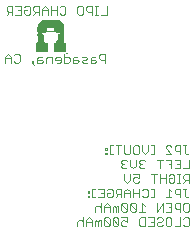
<source format=gbo>
G75*
%MOIN*%
%OFA0B0*%
%FSLAX24Y24*%
%IPPOS*%
%LPD*%
%AMOC8*
5,1,8,0,0,1.08239X$1,22.5*
%
%ADD10C,0.0030*%
%ADD11R,0.0337X0.0000*%
%ADD12R,0.0337X0.0000*%
%ADD13R,0.0344X0.0001*%
%ADD14R,0.0348X0.0000*%
%ADD15R,0.0347X0.0000*%
%ADD16R,0.0350X0.0000*%
%ADD17R,0.0350X0.0000*%
%ADD18R,0.0352X0.0001*%
%ADD19R,0.0355X0.0000*%
%ADD20R,0.0354X0.0000*%
%ADD21R,0.0356X0.0001*%
%ADD22R,0.0359X0.0000*%
%ADD23R,0.0360X0.0000*%
%ADD24R,0.0361X0.0001*%
%ADD25R,0.0363X0.0000*%
%ADD26R,0.0362X0.0000*%
%ADD27R,0.0365X0.0001*%
%ADD28R,0.0364X0.0001*%
%ADD29R,0.0365X0.0000*%
%ADD30R,0.0366X0.0000*%
%ADD31R,0.0366X0.0000*%
%ADD32R,0.0367X0.0001*%
%ADD33R,0.0369X0.0000*%
%ADD34R,0.0370X0.0001*%
%ADD35R,0.0369X0.0001*%
%ADD36R,0.0370X0.0000*%
%ADD37R,0.0371X0.0000*%
%ADD38R,0.0371X0.0000*%
%ADD39R,0.0372X0.0001*%
%ADD40R,0.0372X0.0001*%
%ADD41R,0.0373X0.0000*%
%ADD42R,0.0373X0.0000*%
%ADD43R,0.0374X0.0001*%
%ADD44R,0.0374X0.0001*%
%ADD45R,0.0375X0.0000*%
%ADD46R,0.0374X0.0000*%
%ADD47R,0.0375X0.0000*%
%ADD48R,0.0375X0.0000*%
%ADD49R,0.0375X0.0001*%
%ADD50R,0.0376X0.0001*%
%ADD51R,0.0376X0.0000*%
%ADD52R,0.0377X0.0001*%
%ADD53R,0.0376X0.0001*%
%ADD54R,0.0377X0.0000*%
%ADD55R,0.0378X0.0000*%
%ADD56R,0.0378X0.0000*%
%ADD57R,0.0379X0.0001*%
%ADD58R,0.0379X0.0000*%
%ADD59R,0.0379X0.0000*%
%ADD60R,0.0380X0.0001*%
%ADD61R,0.0379X0.0001*%
%ADD62R,0.0380X0.0000*%
%ADD63R,0.0379X0.0000*%
%ADD64R,0.0380X0.0000*%
%ADD65R,0.0380X0.0000*%
%ADD66R,0.0380X0.0001*%
%ADD67R,0.0381X0.0001*%
%ADD68R,0.0381X0.0000*%
%ADD69R,0.0381X0.0001*%
%ADD70R,0.0381X0.0001*%
%ADD71R,0.0381X0.0000*%
%ADD72R,0.0382X0.0001*%
%ADD73R,0.0381X0.0001*%
%ADD74R,0.0382X0.0000*%
%ADD75R,0.0382X0.0000*%
%ADD76R,0.0382X0.0001*%
%ADD77R,0.0382X0.0000*%
%ADD78R,0.0383X0.0000*%
%ADD79R,0.0383X0.0001*%
%ADD80R,0.0383X0.0001*%
%ADD81R,0.0383X0.0000*%
%ADD82R,0.0382X0.0001*%
%ADD83R,0.0379X0.0001*%
%ADD84R,0.0381X0.0000*%
%ADD85R,0.0378X0.0001*%
%ADD86R,0.0377X0.0000*%
%ADD87R,0.0376X0.0000*%
%ADD88R,0.0374X0.0000*%
%ADD89R,0.0377X0.0001*%
%ADD90R,0.0372X0.0000*%
%ADD91R,0.0371X0.0001*%
%ADD92R,0.0376X0.0001*%
%ADD93R,0.0371X0.0000*%
%ADD94R,0.0376X0.0000*%
%ADD95R,0.0370X0.0000*%
%ADD96R,0.0369X0.0001*%
%ADD97R,0.0374X0.0001*%
%ADD98R,0.0368X0.0000*%
%ADD99R,0.0374X0.0000*%
%ADD100R,0.0367X0.0001*%
%ADD101R,0.0373X0.0001*%
%ADD102R,0.0366X0.0000*%
%ADD103R,0.0372X0.0000*%
%ADD104R,0.0365X0.0000*%
%ADD105R,0.0371X0.0000*%
%ADD106R,0.0364X0.0001*%
%ADD107R,0.0371X0.0001*%
%ADD108R,0.0362X0.0000*%
%ADD109R,0.0369X0.0000*%
%ADD110R,0.0360X0.0001*%
%ADD111R,0.0369X0.0001*%
%ADD112R,0.0359X0.0000*%
%ADD113R,0.0367X0.0000*%
%ADD114R,0.0357X0.0000*%
%ADD115R,0.0355X0.0001*%
%ADD116R,0.0365X0.0001*%
%ADD117R,0.0354X0.0000*%
%ADD118R,0.0364X0.0000*%
%ADD119R,0.0351X0.0001*%
%ADD120R,0.0363X0.0001*%
%ADD121R,0.0348X0.0000*%
%ADD122R,0.0361X0.0000*%
%ADD123R,0.0345X0.0000*%
%ADD124R,0.0340X0.0001*%
%ADD125R,0.0359X0.0001*%
%ADD126R,0.0258X0.0000*%
%ADD127R,0.0356X0.0000*%
%ADD128R,0.0257X0.0001*%
%ADD129R,0.0354X0.0001*%
%ADD130R,0.0257X0.0000*%
%ADD131R,0.0352X0.0000*%
%ADD132R,0.0347X0.0001*%
%ADD133R,0.0257X0.0000*%
%ADD134R,0.0344X0.0000*%
%ADD135R,0.0257X0.0001*%
%ADD136R,0.0338X0.0001*%
%ADD137R,0.0239X0.0000*%
%ADD138R,0.0256X0.0000*%
%ADD139R,0.0256X0.0001*%
%ADD140R,0.0239X0.0001*%
%ADD141R,0.0239X0.0001*%
%ADD142R,0.0256X0.0000*%
%ADD143R,0.0239X0.0000*%
%ADD144R,0.0256X0.0001*%
%ADD145R,0.0255X0.0000*%
%ADD146R,0.0238X0.0000*%
%ADD147R,0.0255X0.0001*%
%ADD148R,0.0238X0.0001*%
%ADD149R,0.0255X0.0000*%
%ADD150R,0.0255X0.0001*%
%ADD151R,0.0238X0.0001*%
%ADD152R,0.0238X0.0000*%
%ADD153R,0.0255X0.0000*%
%ADD154R,0.0238X0.0000*%
%ADD155R,0.0255X0.0001*%
%ADD156R,0.0238X0.0001*%
%ADD157R,0.0254X0.0000*%
%ADD158R,0.0254X0.0001*%
%ADD159R,0.0237X0.0000*%
%ADD160R,0.0254X0.0001*%
%ADD161R,0.0237X0.0001*%
%ADD162R,0.0254X0.0000*%
%ADD163R,0.0253X0.0000*%
%ADD164R,0.0236X0.0000*%
%ADD165R,0.0253X0.0001*%
%ADD166R,0.0236X0.0001*%
%ADD167R,0.0253X0.0000*%
%ADD168R,0.0253X0.0001*%
%ADD169R,0.0236X0.0001*%
%ADD170R,0.0236X0.0000*%
%ADD171R,0.0252X0.0001*%
%ADD172R,0.0252X0.0000*%
%ADD173R,0.0235X0.0000*%
%ADD174R,0.0235X0.0001*%
%ADD175R,0.0251X0.0000*%
%ADD176R,0.0251X0.0001*%
%ADD177R,0.0235X0.0001*%
%ADD178R,0.0235X0.0000*%
%ADD179R,0.0251X0.0001*%
%ADD180R,0.0251X0.0000*%
%ADD181R,0.0234X0.0000*%
%ADD182R,0.0250X0.0001*%
%ADD183R,0.0234X0.0001*%
%ADD184R,0.0250X0.0000*%
%ADD185R,0.0250X0.0000*%
%ADD186R,0.0234X0.0000*%
%ADD187R,0.0250X0.0001*%
%ADD188R,0.0234X0.0001*%
%ADD189R,0.0250X0.0001*%
%ADD190R,0.0250X0.0000*%
%ADD191R,0.0233X0.0000*%
%ADD192R,0.0249X0.0001*%
%ADD193R,0.0233X0.0001*%
%ADD194R,0.0249X0.0000*%
%ADD195R,0.0233X0.0001*%
%ADD196R,0.0233X0.0000*%
%ADD197R,0.0249X0.0000*%
%ADD198R,0.0249X0.0001*%
%ADD199R,0.0232X0.0000*%
%ADD200R,0.0248X0.0001*%
%ADD201R,0.0232X0.0001*%
%ADD202R,0.0248X0.0000*%
%ADD203R,0.0248X0.0001*%
%ADD204R,0.0232X0.0001*%
%ADD205R,0.0248X0.0000*%
%ADD206R,0.0232X0.0000*%
%ADD207R,0.0247X0.0000*%
%ADD208R,0.0231X0.0000*%
%ADD209R,0.0247X0.0001*%
%ADD210R,0.0231X0.0001*%
%ADD211R,0.0246X0.0001*%
%ADD212R,0.0246X0.0000*%
%ADD213R,0.0231X0.0000*%
%ADD214R,0.0231X0.0001*%
%ADD215R,0.0246X0.0000*%
%ADD216R,0.0246X0.0001*%
%ADD217R,0.0230X0.0000*%
%ADD218R,0.0245X0.0000*%
%ADD219R,0.0245X0.0001*%
%ADD220R,0.0230X0.0001*%
%ADD221R,0.0245X0.0001*%
%ADD222R,0.0230X0.0001*%
%ADD223R,0.0245X0.0000*%
%ADD224R,0.0230X0.0000*%
%ADD225R,0.0245X0.0000*%
%ADD226R,0.0229X0.0000*%
%ADD227R,0.0245X0.0001*%
%ADD228R,0.0229X0.0001*%
%ADD229R,0.0244X0.0000*%
%ADD230R,0.0244X0.0001*%
%ADD231R,0.0229X0.0001*%
%ADD232R,0.0229X0.0000*%
%ADD233R,0.0244X0.0000*%
%ADD234R,0.0228X0.0000*%
%ADD235R,0.0244X0.0001*%
%ADD236R,0.0228X0.0001*%
%ADD237R,0.0243X0.0000*%
%ADD238R,0.0243X0.0001*%
%ADD239R,0.0243X0.0000*%
%ADD240R,0.0228X0.0000*%
%ADD241R,0.0243X0.0001*%
%ADD242R,0.0228X0.0001*%
%ADD243R,0.0242X0.0000*%
%ADD244R,0.0227X0.0000*%
%ADD245R,0.0242X0.0001*%
%ADD246R,0.0227X0.0001*%
%ADD247R,0.0241X0.0000*%
%ADD248R,0.0241X0.0001*%
%ADD249R,0.0227X0.0001*%
%ADD250R,0.0227X0.0000*%
%ADD251R,0.0241X0.0001*%
%ADD252R,0.0241X0.0000*%
%ADD253R,0.0226X0.0000*%
%ADD254R,0.0226X0.0001*%
%ADD255R,0.0240X0.0000*%
%ADD256R,0.0240X0.0001*%
%ADD257R,0.0226X0.0001*%
%ADD258R,0.0240X0.0000*%
%ADD259R,0.0226X0.0000*%
%ADD260R,0.0240X0.0001*%
%ADD261R,0.0225X0.0000*%
%ADD262R,0.0240X0.0001*%
%ADD263R,0.0225X0.0001*%
%ADD264R,0.0240X0.0000*%
%ADD265R,0.0225X0.0000*%
%ADD266R,0.0225X0.0001*%
%ADD267R,0.0239X0.0001*%
%ADD268R,0.0239X0.0000*%
%ADD269R,0.0224X0.0000*%
%ADD270R,0.0224X0.0001*%
%ADD271R,0.0224X0.0001*%
%ADD272R,0.0224X0.0000*%
%ADD273R,0.0223X0.0000*%
%ADD274R,0.0237X0.0001*%
%ADD275R,0.0223X0.0001*%
%ADD276R,0.0237X0.0000*%
%ADD277R,0.0223X0.0001*%
%ADD278R,0.0223X0.0000*%
%ADD279R,0.0236X0.0000*%
%ADD280R,0.0222X0.0000*%
%ADD281R,0.0236X0.0001*%
%ADD282R,0.0222X0.0001*%
%ADD283R,0.0222X0.0000*%
%ADD284R,0.0222X0.0001*%
%ADD285R,0.0221X0.0000*%
%ADD286R,0.0235X0.0000*%
%ADD287R,0.0235X0.0001*%
%ADD288R,0.0221X0.0001*%
%ADD289R,0.0221X0.0001*%
%ADD290R,0.0221X0.0000*%
%ADD291R,0.0234X0.0000*%
%ADD292R,0.0220X0.0000*%
%ADD293R,0.0234X0.0001*%
%ADD294R,0.0220X0.0001*%
%ADD295R,0.0220X0.0001*%
%ADD296R,0.0220X0.0000*%
%ADD297R,0.0219X0.0000*%
%ADD298R,0.0219X0.0001*%
%ADD299R,0.0232X0.0000*%
%ADD300R,0.0232X0.0001*%
%ADD301R,0.0219X0.0000*%
%ADD302R,0.0219X0.0001*%
%ADD303R,0.0231X0.0000*%
%ADD304R,0.0218X0.0000*%
%ADD305R,0.0231X0.0001*%
%ADD306R,0.0218X0.0001*%
%ADD307R,0.0218X0.0001*%
%ADD308R,0.0218X0.0000*%
%ADD309R,0.0217X0.0000*%
%ADD310R,0.0217X0.0001*%
%ADD311R,0.0230X0.0000*%
%ADD312R,0.0230X0.0001*%
%ADD313R,0.0217X0.0001*%
%ADD314R,0.0217X0.0000*%
%ADD315R,0.0216X0.0000*%
%ADD316R,0.0229X0.0001*%
%ADD317R,0.0216X0.0001*%
%ADD318R,0.0229X0.0000*%
%ADD319R,0.0216X0.0000*%
%ADD320R,0.0216X0.0001*%
%ADD321R,0.0215X0.0000*%
%ADD322R,0.0227X0.0001*%
%ADD323R,0.0215X0.0001*%
%ADD324R,0.0227X0.0000*%
%ADD325R,0.0215X0.0001*%
%ADD326R,0.0215X0.0000*%
%ADD327R,0.0214X0.0000*%
%ADD328R,0.0226X0.0001*%
%ADD329R,0.0214X0.0001*%
%ADD330R,0.0226X0.0000*%
%ADD331R,0.0214X0.0001*%
%ADD332R,0.0214X0.0000*%
%ADD333R,0.0213X0.0000*%
%ADD334R,0.0213X0.0001*%
%ADD335R,0.0225X0.0001*%
%ADD336R,0.0225X0.0000*%
%ADD337R,0.0213X0.0000*%
%ADD338R,0.0213X0.0001*%
%ADD339R,0.0213X0.0000*%
%ADD340R,0.0224X0.0000*%
%ADD341R,0.0224X0.0001*%
%ADD342R,0.0213X0.0001*%
%ADD343R,0.0212X0.0001*%
%ADD344R,0.0212X0.0000*%
%ADD345R,0.0211X0.0000*%
%ADD346R,0.0211X0.0001*%
%ADD347R,0.0222X0.0000*%
%ADD348R,0.0222X0.0001*%
%ADD349R,0.0211X0.0001*%
%ADD350R,0.0211X0.0000*%
%ADD351R,0.0210X0.0000*%
%ADD352R,0.0210X0.0001*%
%ADD353R,0.0221X0.0000*%
%ADD354R,0.0221X0.0001*%
%ADD355R,0.0210X0.0000*%
%ADD356R,0.0210X0.0001*%
%ADD357R,0.0209X0.0000*%
%ADD358R,0.0209X0.0001*%
%ADD359R,0.0220X0.0000*%
%ADD360R,0.0220X0.0001*%
%ADD361R,0.0209X0.0001*%
%ADD362R,0.0209X0.0000*%
%ADD363R,0.0208X0.0000*%
%ADD364R,0.0208X0.0001*%
%ADD365R,0.0219X0.0000*%
%ADD366R,0.0219X0.0001*%
%ADD367R,0.0208X0.0001*%
%ADD368R,0.0208X0.0000*%
%ADD369R,0.0208X0.0000*%
%ADD370R,0.0208X0.0001*%
%ADD371R,0.0217X0.0000*%
%ADD372R,0.0207X0.0000*%
%ADD373R,0.0217X0.0001*%
%ADD374R,0.0207X0.0001*%
%ADD375R,0.0206X0.0000*%
%ADD376R,0.0216X0.0001*%
%ADD377R,0.0206X0.0001*%
%ADD378R,0.0216X0.0000*%
%ADD379R,0.0206X0.0001*%
%ADD380R,0.0206X0.0000*%
%ADD381R,0.0205X0.0000*%
%ADD382R,0.0205X0.0001*%
%ADD383R,0.0215X0.0001*%
%ADD384R,0.0205X0.0001*%
%ADD385R,0.0215X0.0000*%
%ADD386R,0.0205X0.0000*%
%ADD387R,0.0204X0.0000*%
%ADD388R,0.0204X0.0001*%
%ADD389R,0.0214X0.0001*%
%ADD390R,0.0214X0.0000*%
%ADD391R,0.0204X0.0000*%
%ADD392R,0.0204X0.0001*%
%ADD393R,0.0203X0.0000*%
%ADD394R,0.0203X0.0001*%
%ADD395R,0.0212X0.0001*%
%ADD396R,0.0203X0.0001*%
%ADD397R,0.0212X0.0000*%
%ADD398R,0.0203X0.0000*%
%ADD399R,0.0203X0.0000*%
%ADD400R,0.0203X0.0001*%
%ADD401R,0.0211X0.0000*%
%ADD402R,0.0211X0.0001*%
%ADD403R,0.0202X0.0001*%
%ADD404R,0.0202X0.0000*%
%ADD405R,0.0201X0.0000*%
%ADD406R,0.0201X0.0001*%
%ADD407R,0.0210X0.0000*%
%ADD408R,0.0201X0.0000*%
%ADD409R,0.0210X0.0001*%
%ADD410R,0.0201X0.0001*%
%ADD411R,0.0200X0.0000*%
%ADD412R,0.0200X0.0001*%
%ADD413R,0.0209X0.0000*%
%ADD414R,0.0209X0.0001*%
%ADD415R,0.0200X0.0001*%
%ADD416R,0.0200X0.0000*%
%ADD417R,0.0199X0.0000*%
%ADD418R,0.0199X0.0001*%
%ADD419R,0.0199X0.0001*%
%ADD420R,0.0207X0.0000*%
%ADD421R,0.0199X0.0000*%
%ADD422R,0.0207X0.0001*%
%ADD423R,0.0198X0.0000*%
%ADD424R,0.0198X0.0001*%
%ADD425R,0.0206X0.0000*%
%ADD426R,0.0198X0.0000*%
%ADD427R,0.0206X0.0001*%
%ADD428R,0.0198X0.0001*%
%ADD429R,0.0198X0.0000*%
%ADD430R,0.0198X0.0001*%
%ADD431R,0.0197X0.0001*%
%ADD432R,0.0205X0.0000*%
%ADD433R,0.0197X0.0000*%
%ADD434R,0.0205X0.0001*%
%ADD435R,0.0196X0.0000*%
%ADD436R,0.0196X0.0001*%
%ADD437R,0.0204X0.0001*%
%ADD438R,0.0196X0.0001*%
%ADD439R,0.0204X0.0000*%
%ADD440R,0.0196X0.0000*%
%ADD441R,0.0195X0.0000*%
%ADD442R,0.0195X0.0001*%
%ADD443R,0.0195X0.0000*%
%ADD444R,0.0202X0.0001*%
%ADD445R,0.0195X0.0001*%
%ADD446R,0.0202X0.0000*%
%ADD447R,0.0194X0.0000*%
%ADD448R,0.0194X0.0001*%
%ADD449R,0.0201X0.0001*%
%ADD450R,0.0194X0.0001*%
%ADD451R,0.0201X0.0000*%
%ADD452R,0.0194X0.0000*%
%ADD453R,0.0193X0.0000*%
%ADD454R,0.0193X0.0001*%
%ADD455R,0.0193X0.0001*%
%ADD456R,0.0193X0.0000*%
%ADD457R,0.0200X0.0001*%
%ADD458R,0.0200X0.0000*%
%ADD459R,0.0192X0.0000*%
%ADD460R,0.0192X0.0001*%
%ADD461R,0.0199X0.0000*%
%ADD462R,0.0192X0.0000*%
%ADD463R,0.0199X0.0001*%
%ADD464R,0.0192X0.0001*%
%ADD465R,0.0191X0.0000*%
%ADD466R,0.0191X0.0001*%
%ADD467R,0.0191X0.0001*%
%ADD468R,0.0191X0.0000*%
%ADD469R,0.0197X0.0000*%
%ADD470R,0.0197X0.0001*%
%ADD471R,0.0190X0.0000*%
%ADD472R,0.0190X0.0001*%
%ADD473R,0.0190X0.0001*%
%ADD474R,0.0196X0.0000*%
%ADD475R,0.0190X0.0000*%
%ADD476R,0.0196X0.0001*%
%ADD477R,0.0189X0.0000*%
%ADD478R,0.0189X0.0001*%
%ADD479R,0.0189X0.0000*%
%ADD480R,0.0189X0.0001*%
%ADD481R,0.0195X0.0000*%
%ADD482R,0.0195X0.0001*%
%ADD483R,0.0188X0.0000*%
%ADD484R,0.0188X0.0001*%
%ADD485R,0.0188X0.0001*%
%ADD486R,0.0194X0.0000*%
%ADD487R,0.0188X0.0000*%
%ADD488R,0.0194X0.0001*%
%ADD489R,0.0187X0.0000*%
%ADD490R,0.0187X0.0001*%
%ADD491R,0.0187X0.0001*%
%ADD492R,0.0187X0.0000*%
%ADD493R,0.0192X0.0000*%
%ADD494R,0.0186X0.0000*%
%ADD495R,0.0192X0.0001*%
%ADD496R,0.0186X0.0001*%
%ADD497R,0.0186X0.0000*%
%ADD498R,0.0191X0.0001*%
%ADD499R,0.0186X0.0001*%
%ADD500R,0.0191X0.0000*%
%ADD501R,0.0185X0.0000*%
%ADD502R,0.0185X0.0001*%
%ADD503R,0.0185X0.0001*%
%ADD504R,0.0185X0.0000*%
%ADD505R,0.0190X0.0001*%
%ADD506R,0.0190X0.0000*%
%ADD507R,0.0184X0.0000*%
%ADD508R,0.0184X0.0001*%
%ADD509R,0.0184X0.0001*%
%ADD510R,0.0184X0.0000*%
%ADD511R,0.0189X0.0001*%
%ADD512R,0.0189X0.0000*%
%ADD513R,0.0183X0.0000*%
%ADD514R,0.0183X0.0001*%
%ADD515R,0.0183X0.0000*%
%ADD516R,0.0183X0.0001*%
%ADD517R,0.0187X0.0001*%
%ADD518R,0.0187X0.0000*%
%ADD519R,0.0182X0.0000*%
%ADD520R,0.0182X0.0001*%
%ADD521R,0.0182X0.0001*%
%ADD522R,0.0182X0.0000*%
%ADD523R,0.0186X0.0000*%
%ADD524R,0.0186X0.0001*%
%ADD525R,0.0181X0.0000*%
%ADD526R,0.0181X0.0001*%
%ADD527R,0.0181X0.0001*%
%ADD528R,0.0181X0.0000*%
%ADD529R,0.0185X0.0000*%
%ADD530R,0.0180X0.0000*%
%ADD531R,0.0185X0.0001*%
%ADD532R,0.0180X0.0001*%
%ADD533R,0.0180X0.0000*%
%ADD534R,0.0180X0.0001*%
%ADD535R,0.0184X0.0000*%
%ADD536R,0.0184X0.0001*%
%ADD537R,0.0179X0.0000*%
%ADD538R,0.0179X0.0001*%
%ADD539R,0.0179X0.0001*%
%ADD540R,0.0179X0.0000*%
%ADD541R,0.0182X0.0000*%
%ADD542R,0.0178X0.0000*%
%ADD543R,0.0182X0.0001*%
%ADD544R,0.0178X0.0001*%
%ADD545R,0.0178X0.0001*%
%ADD546R,0.0178X0.0000*%
%ADD547R,0.0181X0.0000*%
%ADD548R,0.0177X0.0000*%
%ADD549R,0.0181X0.0001*%
%ADD550R,0.0177X0.0001*%
%ADD551R,0.0177X0.0000*%
%ADD552R,0.0177X0.0001*%
%ADD553R,0.0180X0.0000*%
%ADD554R,0.0176X0.0000*%
%ADD555R,0.0180X0.0001*%
%ADD556R,0.0176X0.0001*%
%ADD557R,0.0176X0.0001*%
%ADD558R,0.0176X0.0000*%
%ADD559R,0.0179X0.0001*%
%ADD560R,0.0179X0.0000*%
%ADD561R,0.0175X0.0000*%
%ADD562R,0.0175X0.0001*%
%ADD563R,0.0175X0.0001*%
%ADD564R,0.0175X0.0000*%
%ADD565R,0.0174X0.0000*%
%ADD566R,0.0177X0.0001*%
%ADD567R,0.0174X0.0001*%
%ADD568R,0.0177X0.0000*%
%ADD569R,0.0174X0.0000*%
%ADD570R,0.0174X0.0001*%
%ADD571R,0.0176X0.0001*%
%ADD572R,0.0176X0.0000*%
%ADD573R,0.0173X0.0000*%
%ADD574R,0.0173X0.0001*%
%ADD575R,0.0173X0.0001*%
%ADD576R,0.0173X0.0000*%
%ADD577R,0.0173X0.0000*%
%ADD578R,0.0175X0.0001*%
%ADD579R,0.0173X0.0001*%
%ADD580R,0.0175X0.0000*%
%ADD581R,0.0172X0.0001*%
%ADD582R,0.0172X0.0000*%
%ADD583R,0.0174X0.0000*%
%ADD584R,0.0171X0.0000*%
%ADD585R,0.0174X0.0001*%
%ADD586R,0.0171X0.0001*%
%ADD587R,0.0171X0.0000*%
%ADD588R,0.0171X0.0001*%
%ADD589R,0.0170X0.0000*%
%ADD590R,0.0172X0.0000*%
%ADD591R,0.0172X0.0001*%
%ADD592R,0.0170X0.0001*%
%ADD593R,0.0170X0.0001*%
%ADD594R,0.0170X0.0000*%
%ADD595R,0.0171X0.0000*%
%ADD596R,0.0169X0.0000*%
%ADD597R,0.0171X0.0001*%
%ADD598R,0.0169X0.0001*%
%ADD599R,0.0169X0.0001*%
%ADD600R,0.0169X0.0000*%
%ADD601R,0.0168X0.0000*%
%ADD602R,0.0168X0.0001*%
%ADD603R,0.0170X0.0000*%
%ADD604R,0.0170X0.0001*%
%ADD605R,0.0168X0.0000*%
%ADD606R,0.0168X0.0001*%
%ADD607R,0.0169X0.0000*%
%ADD608R,0.0168X0.0000*%
%ADD609R,0.0169X0.0001*%
%ADD610R,0.0168X0.0001*%
%ADD611R,0.0167X0.0001*%
%ADD612R,0.0167X0.0000*%
%ADD613R,0.0166X0.0000*%
%ADD614R,0.0166X0.0001*%
%ADD615R,0.0167X0.0000*%
%ADD616R,0.0167X0.0001*%
%ADD617R,0.0166X0.0001*%
%ADD618R,0.0166X0.0000*%
%ADD619R,0.0165X0.0000*%
%ADD620R,0.0166X0.0001*%
%ADD621R,0.0165X0.0001*%
%ADD622R,0.0166X0.0000*%
%ADD623R,0.0165X0.0000*%
%ADD624R,0.0165X0.0001*%
%ADD625R,0.0164X0.0000*%
%ADD626R,0.0165X0.0001*%
%ADD627R,0.0164X0.0001*%
%ADD628R,0.0165X0.0000*%
%ADD629R,0.0164X0.0001*%
%ADD630R,0.0164X0.0000*%
%ADD631R,0.0163X0.0000*%
%ADD632R,0.0164X0.0001*%
%ADD633R,0.0163X0.0001*%
%ADD634R,0.0164X0.0000*%
%ADD635R,0.0163X0.0001*%
%ADD636R,0.0163X0.0000*%
%ADD637R,0.0163X0.0000*%
%ADD638R,0.0163X0.0001*%
%ADD639R,0.0162X0.0001*%
%ADD640R,0.0162X0.0000*%
%ADD641R,0.0162X0.0000*%
%ADD642R,0.0161X0.0001*%
%ADD643R,0.0162X0.0001*%
%ADD644R,0.0161X0.0000*%
%ADD645R,0.0161X0.0000*%
%ADD646R,0.0161X0.0001*%
%ADD647R,0.0160X0.0001*%
%ADD648R,0.0161X0.0001*%
%ADD649R,0.0160X0.0000*%
%ADD650R,0.0161X0.0000*%
%ADD651R,0.0160X0.0000*%
%ADD652R,0.0160X0.0001*%
%ADD653R,0.0160X0.0000*%
%ADD654R,0.0160X0.0001*%
%ADD655R,0.0159X0.0001*%
%ADD656R,0.0159X0.0000*%
%ADD657R,0.0159X0.0000*%
%ADD658R,0.0159X0.0001*%
%ADD659R,0.0159X0.0000*%
%ADD660R,0.0159X0.0001*%
%ADD661R,0.0158X0.0000*%
%ADD662R,0.0158X0.0001*%
%ADD663R,0.0158X0.0000*%
%ADD664R,0.0158X0.0000*%
%ADD665R,0.0158X0.0001*%
%ADD666R,0.0158X0.0001*%
%ADD667R,0.0157X0.0000*%
%ADD668R,0.0157X0.0001*%
%ADD669R,0.0156X0.0000*%
%ADD670R,0.0156X0.0001*%
%ADD671R,0.0156X0.0000*%
%ADD672R,0.0156X0.0001*%
%ADD673R,0.0157X0.0001*%
%ADD674R,0.0155X0.0000*%
%ADD675R,0.0157X0.0000*%
%ADD676R,0.0155X0.0001*%
%ADD677R,0.0155X0.0001*%
%ADD678R,0.0155X0.0000*%
%ADD679R,0.0155X0.0000*%
%ADD680R,0.0156X0.0000*%
%ADD681R,0.0155X0.0001*%
%ADD682R,0.0156X0.0001*%
%ADD683R,0.0154X0.0000*%
%ADD684R,0.0154X0.0001*%
%ADD685R,0.0154X0.0001*%
%ADD686R,0.0154X0.0000*%
%ADD687R,0.0153X0.0000*%
%ADD688R,0.0153X0.0001*%
%ADD689R,0.0154X0.0000*%
%ADD690R,0.0152X0.0001*%
%ADD691R,0.0154X0.0001*%
%ADD692R,0.0152X0.0000*%
%ADD693R,0.0152X0.0001*%
%ADD694R,0.0152X0.0000*%
%ADD695R,0.0151X0.0000*%
%ADD696R,0.0153X0.0000*%
%ADD697R,0.0151X0.0001*%
%ADD698R,0.0153X0.0001*%
%ADD699R,0.0151X0.0001*%
%ADD700R,0.0151X0.0000*%
%ADD701R,0.0150X0.0001*%
%ADD702R,0.0150X0.0000*%
%ADD703R,0.0150X0.0000*%
%ADD704R,0.0150X0.0001*%
%ADD705R,0.0150X0.0001*%
%ADD706R,0.0152X0.0001*%
%ADD707R,0.0150X0.0000*%
%ADD708R,0.0152X0.0000*%
%ADD709R,0.0149X0.0000*%
%ADD710R,0.0149X0.0001*%
%ADD711R,0.0149X0.0000*%
%ADD712R,0.0149X0.0001*%
%ADD713R,0.0151X0.0001*%
%ADD714R,0.0151X0.0000*%
%ADD715R,0.0148X0.0001*%
%ADD716R,0.0148X0.0000*%
%ADD717R,0.0260X0.0000*%
%ADD718R,0.0259X0.0000*%
%ADD719R,0.0260X0.0001*%
%ADD720R,0.0259X0.0001*%
%ADD721R,0.0868X0.0000*%
%ADD722R,0.0868X0.0001*%
%ADD723R,0.0321X0.0000*%
%ADD724R,0.0305X0.0000*%
%ADD725R,0.0321X0.0001*%
%ADD726R,0.0305X0.0001*%
%ADD727R,0.0867X0.0000*%
%ADD728R,0.0867X0.0001*%
%ADD729R,0.0867X0.0000*%
%ADD730R,0.0867X0.0001*%
%ADD731R,0.0866X0.0000*%
%ADD732R,0.0866X0.0000*%
%ADD733R,0.0866X0.0001*%
%ADD734R,0.0866X0.0000*%
%ADD735R,0.0866X0.0001*%
%ADD736R,0.0865X0.0000*%
%ADD737R,0.0865X0.0001*%
%ADD738R,0.0864X0.0001*%
%ADD739R,0.0864X0.0000*%
%ADD740R,0.0864X0.0001*%
%ADD741R,0.0864X0.0000*%
%ADD742R,0.0864X0.0001*%
%ADD743R,0.0864X0.0000*%
%ADD744R,0.0863X0.0001*%
%ADD745R,0.0863X0.0000*%
%ADD746R,0.0862X0.0001*%
%ADD747R,0.0862X0.0000*%
%ADD748R,0.0862X0.0001*%
%ADD749R,0.0862X0.0000*%
%ADD750R,0.0861X0.0001*%
%ADD751R,0.0861X0.0000*%
%ADD752R,0.0861X0.0001*%
%ADD753R,0.0860X0.0001*%
%ADD754R,0.0860X0.0000*%
%ADD755R,0.0859X0.0000*%
%ADD756R,0.0859X0.0001*%
%ADD757R,0.0858X0.0000*%
%ADD758R,0.0858X0.0001*%
%ADD759R,0.0857X0.0001*%
%ADD760R,0.0857X0.0000*%
%ADD761R,0.0856X0.0000*%
%ADD762R,0.0856X0.0001*%
%ADD763R,0.0855X0.0000*%
%ADD764R,0.0855X0.0001*%
%ADD765R,0.0855X0.0000*%
%ADD766R,0.0855X0.0001*%
%ADD767R,0.0854X0.0000*%
%ADD768R,0.0854X0.0001*%
%ADD769R,0.0853X0.0000*%
%ADD770R,0.0853X0.0001*%
%ADD771R,0.0853X0.0000*%
%ADD772R,0.0853X0.0000*%
%ADD773R,0.0852X0.0001*%
%ADD774R,0.0852X0.0000*%
%ADD775R,0.0852X0.0001*%
%ADD776R,0.0851X0.0000*%
%ADD777R,0.0850X0.0001*%
%ADD778R,0.0850X0.0000*%
%ADD779R,0.0850X0.0001*%
%ADD780R,0.0849X0.0000*%
%ADD781R,0.0848X0.0001*%
%ADD782R,0.0848X0.0000*%
%ADD783R,0.0848X0.0001*%
%ADD784R,0.0848X0.0000*%
%ADD785R,0.0847X0.0000*%
%ADD786R,0.0847X0.0001*%
%ADD787R,0.0846X0.0000*%
%ADD788R,0.0846X0.0001*%
%ADD789R,0.0845X0.0000*%
%ADD790R,0.0845X0.0000*%
%ADD791R,0.0845X0.0001*%
%ADD792R,0.0843X0.0000*%
%ADD793R,0.0843X0.0001*%
%ADD794R,0.0841X0.0000*%
%ADD795R,0.0840X0.0000*%
%ADD796R,0.0839X0.0001*%
%ADD797R,0.0838X0.0000*%
%ADD798R,0.0837X0.0001*%
%ADD799R,0.0836X0.0000*%
%ADD800R,0.0835X0.0000*%
%ADD801R,0.0834X0.0001*%
%ADD802R,0.0833X0.0000*%
%ADD803R,0.0832X0.0001*%
%ADD804R,0.0831X0.0000*%
%ADD805R,0.0830X0.0000*%
%ADD806R,0.0829X0.0001*%
%ADD807R,0.0828X0.0000*%
%ADD808R,0.0827X0.0001*%
%ADD809R,0.0826X0.0000*%
%ADD810R,0.0825X0.0000*%
%ADD811R,0.0824X0.0001*%
%ADD812R,0.0823X0.0000*%
%ADD813R,0.0822X0.0001*%
%ADD814R,0.0821X0.0000*%
%ADD815R,0.0820X0.0000*%
%ADD816R,0.0819X0.0001*%
%ADD817R,0.0818X0.0000*%
%ADD818R,0.0817X0.0001*%
%ADD819R,0.0816X0.0000*%
%ADD820R,0.0815X0.0000*%
%ADD821R,0.0814X0.0001*%
%ADD822R,0.0813X0.0000*%
%ADD823R,0.0812X0.0001*%
%ADD824R,0.0811X0.0000*%
%ADD825R,0.0810X0.0000*%
%ADD826R,0.0808X0.0001*%
%ADD827R,0.0808X0.0000*%
%ADD828R,0.0807X0.0001*%
%ADD829R,0.0805X0.0000*%
%ADD830R,0.0805X0.0000*%
%ADD831R,0.0803X0.0001*%
%ADD832R,0.0803X0.0000*%
%ADD833R,0.0802X0.0001*%
%ADD834R,0.0800X0.0000*%
%ADD835R,0.0800X0.0000*%
%ADD836R,0.0798X0.0001*%
%ADD837R,0.0798X0.0000*%
%ADD838R,0.0797X0.0001*%
%ADD839R,0.0795X0.0000*%
%ADD840R,0.0795X0.0000*%
%ADD841R,0.0793X0.0001*%
%ADD842R,0.0793X0.0000*%
%ADD843R,0.0791X0.0001*%
%ADD844R,0.0790X0.0000*%
%ADD845R,0.0789X0.0000*%
%ADD846R,0.0788X0.0001*%
%ADD847R,0.0787X0.0000*%
%ADD848R,0.0786X0.0001*%
%ADD849R,0.0785X0.0000*%
%ADD850R,0.0784X0.0000*%
%ADD851R,0.0783X0.0001*%
%ADD852R,0.0782X0.0000*%
%ADD853R,0.0781X0.0001*%
%ADD854R,0.0780X0.0000*%
%ADD855R,0.0779X0.0000*%
%ADD856R,0.0778X0.0001*%
%ADD857R,0.0777X0.0000*%
%ADD858R,0.0776X0.0001*%
%ADD859R,0.0775X0.0000*%
%ADD860R,0.0774X0.0000*%
%ADD861R,0.0773X0.0001*%
%ADD862R,0.0772X0.0000*%
%ADD863R,0.0771X0.0001*%
%ADD864R,0.0770X0.0000*%
%ADD865R,0.0769X0.0000*%
%ADD866R,0.0768X0.0001*%
%ADD867R,0.0767X0.0000*%
%ADD868R,0.0766X0.0001*%
%ADD869R,0.0765X0.0000*%
%ADD870R,0.0764X0.0000*%
%ADD871R,0.0763X0.0001*%
%ADD872R,0.0762X0.0000*%
%ADD873R,0.0761X0.0001*%
%ADD874R,0.0760X0.0000*%
%ADD875R,0.0758X0.0000*%
%ADD876R,0.0757X0.0001*%
%ADD877R,0.0757X0.0000*%
%ADD878R,0.0755X0.0001*%
%ADD879R,0.0755X0.0000*%
%ADD880R,0.0753X0.0000*%
%ADD881R,0.0752X0.0001*%
%ADD882R,0.0752X0.0000*%
%ADD883R,0.0750X0.0001*%
%ADD884R,0.0750X0.0000*%
%ADD885R,0.0748X0.0000*%
%ADD886R,0.0747X0.0001*%
%ADD887R,0.0747X0.0000*%
%ADD888R,0.0745X0.0001*%
%ADD889R,0.0745X0.0000*%
%ADD890R,0.0743X0.0000*%
%ADD891R,0.0742X0.0001*%
%ADD892R,0.0741X0.0000*%
%ADD893R,0.0740X0.0001*%
%ADD894R,0.0739X0.0000*%
%ADD895R,0.0738X0.0000*%
%ADD896R,0.0737X0.0001*%
%ADD897R,0.0736X0.0000*%
%ADD898R,0.0735X0.0001*%
%ADD899R,0.0734X0.0000*%
%ADD900R,0.0733X0.0000*%
%ADD901R,0.0732X0.0001*%
%ADD902R,0.0731X0.0000*%
%ADD903R,0.0730X0.0001*%
%ADD904R,0.0729X0.0000*%
%ADD905R,0.0728X0.0000*%
%ADD906R,0.0727X0.0001*%
%ADD907R,0.0726X0.0000*%
%ADD908R,0.0725X0.0001*%
%ADD909R,0.0724X0.0000*%
%ADD910R,0.0723X0.0000*%
%ADD911R,0.0722X0.0001*%
%ADD912R,0.0721X0.0000*%
%ADD913R,0.0720X0.0001*%
%ADD914R,0.0719X0.0000*%
%ADD915R,0.0718X0.0000*%
%ADD916R,0.0717X0.0001*%
%ADD917R,0.0716X0.0000*%
%ADD918R,0.0715X0.0001*%
%ADD919R,0.0714X0.0000*%
%ADD920R,0.0713X0.0000*%
%ADD921R,0.0712X0.0001*%
%ADD922R,0.0711X0.0000*%
%ADD923R,0.0710X0.0001*%
%ADD924R,0.0709X0.0000*%
%ADD925R,0.0707X0.0000*%
%ADD926R,0.0707X0.0001*%
%ADD927R,0.0705X0.0000*%
%ADD928R,0.0705X0.0001*%
%ADD929R,0.0703X0.0000*%
%ADD930R,0.0703X0.0000*%
%ADD931R,0.0702X0.0001*%
%ADD932R,0.0700X0.0000*%
%ADD933R,0.0700X0.0001*%
%ADD934R,0.0698X0.0000*%
%ADD935R,0.0698X0.0000*%
%ADD936R,0.0697X0.0001*%
%ADD937R,0.0695X0.0000*%
%ADD938R,0.0695X0.0001*%
%ADD939R,0.0693X0.0000*%
%ADD940R,0.0692X0.0000*%
%ADD941R,0.0691X0.0001*%
%ADD942R,0.0690X0.0000*%
%ADD943R,0.0689X0.0001*%
%ADD944R,0.0688X0.0000*%
%ADD945R,0.0687X0.0000*%
%ADD946R,0.0686X0.0001*%
%ADD947R,0.0685X0.0000*%
%ADD948R,0.0684X0.0001*%
%ADD949R,0.0683X0.0000*%
%ADD950R,0.0682X0.0000*%
%ADD951R,0.0681X0.0001*%
%ADD952R,0.0680X0.0000*%
%ADD953R,0.0679X0.0001*%
%ADD954R,0.0678X0.0000*%
%ADD955R,0.0677X0.0000*%
%ADD956R,0.0676X0.0001*%
%ADD957R,0.0675X0.0000*%
%ADD958R,0.0674X0.0001*%
%ADD959R,0.0673X0.0000*%
%ADD960R,0.0672X0.0000*%
%ADD961R,0.0671X0.0001*%
%ADD962R,0.0670X0.0000*%
%ADD963R,0.0669X0.0001*%
%ADD964R,0.0668X0.0000*%
%ADD965R,0.0667X0.0000*%
%ADD966R,0.0666X0.0001*%
%ADD967R,0.0665X0.0000*%
%ADD968R,0.0664X0.0001*%
%ADD969R,0.0663X0.0000*%
%ADD970R,0.0662X0.0000*%
%ADD971R,0.0661X0.0001*%
%ADD972R,0.0660X0.0000*%
%ADD973R,0.0659X0.0001*%
%ADD974R,0.0658X0.0000*%
%ADD975R,0.0657X0.0000*%
%ADD976R,0.0655X0.0001*%
%ADD977R,0.0655X0.0000*%
%ADD978R,0.0653X0.0001*%
%ADD979R,0.0653X0.0000*%
%ADD980R,0.0652X0.0000*%
%ADD981R,0.0650X0.0001*%
%ADD982R,0.0650X0.0000*%
%ADD983R,0.0648X0.0001*%
%ADD984R,0.0648X0.0000*%
%ADD985R,0.0647X0.0000*%
%ADD986R,0.0645X0.0001*%
%ADD987R,0.0645X0.0000*%
%ADD988R,0.0643X0.0001*%
%ADD989R,0.0642X0.0000*%
%ADD990R,0.0641X0.0000*%
%ADD991R,0.0640X0.0001*%
%ADD992R,0.0639X0.0000*%
%ADD993R,0.0638X0.0001*%
%ADD994R,0.0637X0.0000*%
%ADD995R,0.0636X0.0000*%
%ADD996R,0.0635X0.0001*%
%ADD997R,0.0634X0.0000*%
%ADD998R,0.0633X0.0001*%
%ADD999R,0.0632X0.0000*%
%ADD1000R,0.0631X0.0000*%
%ADD1001R,0.0630X0.0001*%
%ADD1002R,0.0629X0.0000*%
%ADD1003R,0.0628X0.0001*%
%ADD1004R,0.0627X0.0000*%
%ADD1005R,0.0626X0.0000*%
%ADD1006R,0.0625X0.0001*%
%ADD1007R,0.0624X0.0000*%
%ADD1008R,0.0623X0.0001*%
%ADD1009R,0.0622X0.0000*%
%ADD1010R,0.0621X0.0000*%
%ADD1011R,0.0620X0.0001*%
%ADD1012R,0.0619X0.0000*%
%ADD1013R,0.0618X0.0001*%
%ADD1014R,0.0617X0.0000*%
%ADD1015R,0.0616X0.0000*%
%ADD1016R,0.0615X0.0001*%
%ADD1017R,0.0614X0.0000*%
%ADD1018R,0.0613X0.0001*%
%ADD1019R,0.0612X0.0000*%
%ADD1020R,0.0611X0.0000*%
%ADD1021R,0.0610X0.0001*%
%ADD1022R,0.0609X0.0000*%
%ADD1023R,0.0607X0.0001*%
%ADD1024R,0.0607X0.0000*%
%ADD1025R,0.0605X0.0000*%
%ADD1026R,0.0605X0.0001*%
%ADD1027R,0.0603X0.0000*%
%ADD1028R,0.0602X0.0001*%
%ADD1029R,0.0602X0.0000*%
%ADD1030R,0.0600X0.0000*%
%ADD1031R,0.0600X0.0001*%
%ADD1032R,0.0598X0.0000*%
%ADD1033R,0.0597X0.0001*%
%ADD1034R,0.0597X0.0000*%
%ADD1035R,0.0595X0.0000*%
%ADD1036R,0.0595X0.0001*%
%ADD1037R,0.0593X0.0000*%
%ADD1038R,0.0592X0.0001*%
%ADD1039R,0.0591X0.0000*%
%ADD1040R,0.0590X0.0000*%
%ADD1041R,0.0589X0.0001*%
%ADD1042R,0.0588X0.0000*%
%ADD1043R,0.0587X0.0001*%
%ADD1044R,0.0586X0.0000*%
%ADD1045R,0.0585X0.0000*%
%ADD1046R,0.0584X0.0001*%
%ADD1047R,0.0583X0.0000*%
%ADD1048R,0.0582X0.0001*%
%ADD1049R,0.0581X0.0000*%
%ADD1050R,0.0580X0.0000*%
%ADD1051R,0.0579X0.0001*%
%ADD1052R,0.0578X0.0000*%
%ADD1053R,0.0577X0.0001*%
%ADD1054R,0.0576X0.0000*%
%ADD1055R,0.0575X0.0000*%
%ADD1056R,0.0574X0.0001*%
%ADD1057R,0.0573X0.0000*%
%ADD1058R,0.0571X0.0001*%
%ADD1059R,0.0568X0.0000*%
%ADD1060R,0.0565X0.0000*%
%ADD1061R,0.0563X0.0001*%
%ADD1062R,0.0560X0.0000*%
%ADD1063R,0.0557X0.0001*%
%ADD1064R,0.0554X0.0000*%
%ADD1065R,0.0551X0.0000*%
%ADD1066R,0.0548X0.0001*%
%ADD1067R,0.0545X0.0000*%
%ADD1068R,0.0542X0.0001*%
%ADD1069R,0.0537X0.0000*%
%ADD1070R,0.0533X0.0000*%
%ADD1071R,0.0530X0.0001*%
%ADD1072R,0.0526X0.0000*%
%ADD1073R,0.0522X0.0001*%
%ADD1074R,0.0518X0.0000*%
%ADD1075R,0.0513X0.0000*%
%ADD1076R,0.0508X0.0001*%
%ADD1077R,0.0503X0.0000*%
%ADD1078R,0.0496X0.0001*%
%ADD1079R,0.0489X0.0000*%
%ADD1080R,0.0477X0.0000*%
%ADD1081C,0.0000*%
D10*
X006031Y000893D02*
X006031Y001038D01*
X006079Y001086D01*
X006176Y001086D01*
X006224Y001038D01*
X006325Y001038D02*
X006519Y001038D01*
X006519Y001086D02*
X006422Y001183D01*
X006325Y001086D01*
X006325Y000893D01*
X006224Y000893D02*
X006224Y001183D01*
X006519Y001086D02*
X006519Y000893D01*
X006620Y000893D02*
X006620Y001038D01*
X006668Y001086D01*
X006717Y001038D01*
X006717Y000893D01*
X006813Y000893D02*
X006813Y001086D01*
X006765Y001086D01*
X006717Y001038D01*
X006915Y001134D02*
X006915Y000941D01*
X006963Y000893D01*
X007060Y000893D01*
X007108Y000941D01*
X006915Y001134D01*
X006963Y001183D01*
X007060Y001183D01*
X007108Y001134D01*
X007108Y000941D01*
X007209Y000941D02*
X007258Y000893D01*
X007354Y000893D01*
X007403Y000941D01*
X007209Y001134D01*
X007209Y000941D01*
X007209Y001134D02*
X007258Y001183D01*
X007354Y001183D01*
X007403Y001134D01*
X007403Y000941D01*
X007504Y000941D02*
X007504Y001038D01*
X007552Y001086D01*
X007601Y001086D01*
X007697Y001038D01*
X007697Y001183D01*
X007504Y001183D01*
X007552Y001373D02*
X007504Y001421D01*
X007504Y001614D01*
X007697Y001421D01*
X007649Y001373D01*
X007552Y001373D01*
X007697Y001421D02*
X007697Y001614D01*
X007649Y001663D01*
X007552Y001663D01*
X007504Y001614D01*
X007403Y001566D02*
X007354Y001566D01*
X007306Y001518D01*
X007258Y001566D01*
X007209Y001518D01*
X007209Y001373D01*
X007306Y001373D02*
X007306Y001518D01*
X007403Y001566D02*
X007403Y001373D01*
X007108Y001373D02*
X007108Y001566D01*
X007011Y001663D01*
X006915Y001566D01*
X006915Y001373D01*
X006813Y001373D02*
X006813Y001663D01*
X006765Y001566D02*
X006668Y001566D01*
X006620Y001518D01*
X006620Y001373D01*
X006813Y001518D02*
X006765Y001566D01*
X006915Y001518D02*
X007108Y001518D01*
X007061Y001853D02*
X007013Y001901D01*
X007013Y001998D01*
X007110Y001998D01*
X007206Y002094D02*
X007206Y001901D01*
X007158Y001853D01*
X007061Y001853D01*
X006912Y001853D02*
X006718Y001853D01*
X006617Y001853D02*
X006520Y001853D01*
X006520Y002143D01*
X006617Y002143D01*
X006718Y002143D02*
X006912Y002143D01*
X006912Y001853D01*
X006912Y001998D02*
X006815Y001998D01*
X007013Y002094D02*
X007061Y002143D01*
X007158Y002143D01*
X007206Y002094D01*
X007308Y002094D02*
X007308Y001998D01*
X007356Y001949D01*
X007501Y001949D01*
X007501Y001853D02*
X007501Y002143D01*
X007356Y002143D01*
X007308Y002094D01*
X007404Y001949D02*
X007308Y001853D01*
X007602Y001853D02*
X007602Y002046D01*
X007699Y002143D01*
X007796Y002046D01*
X007796Y001853D01*
X007897Y001853D02*
X007897Y002143D01*
X007897Y001998D02*
X008090Y001998D01*
X008191Y002094D02*
X008240Y002143D01*
X008337Y002143D01*
X008385Y002094D01*
X008385Y001901D01*
X008337Y001853D01*
X008240Y001853D01*
X008191Y001901D01*
X008090Y001853D02*
X008090Y002143D01*
X008042Y002333D02*
X008090Y002381D01*
X008042Y002333D02*
X007945Y002333D01*
X007897Y002381D01*
X007897Y002478D01*
X007945Y002526D01*
X007994Y002526D01*
X008090Y002478D01*
X008090Y002623D01*
X007897Y002623D01*
X007796Y002623D02*
X007796Y002429D01*
X007699Y002333D01*
X007602Y002429D01*
X007602Y002623D01*
X007649Y002813D02*
X007552Y002813D01*
X007504Y002861D01*
X007504Y002909D01*
X007552Y002958D01*
X007601Y002958D01*
X007552Y002958D02*
X007504Y003006D01*
X007504Y003054D01*
X007552Y003103D01*
X007649Y003103D01*
X007697Y003054D01*
X007799Y003103D02*
X007799Y002909D01*
X007895Y002813D01*
X007992Y002909D01*
X007992Y003103D01*
X008093Y003054D02*
X008093Y003006D01*
X008142Y002958D01*
X008093Y002909D01*
X008093Y002861D01*
X008142Y002813D01*
X008238Y002813D01*
X008287Y002861D01*
X008190Y002958D02*
X008142Y002958D01*
X008093Y003054D02*
X008142Y003103D01*
X008238Y003103D01*
X008287Y003054D01*
X008288Y003293D02*
X008191Y003389D01*
X008191Y003583D01*
X008090Y003534D02*
X008090Y003341D01*
X008042Y003293D01*
X007945Y003293D01*
X007897Y003341D01*
X007897Y003534D01*
X007945Y003583D01*
X008042Y003583D01*
X008090Y003534D01*
X008288Y003293D02*
X008385Y003389D01*
X008385Y003583D01*
X008485Y003583D02*
X008581Y003583D01*
X008581Y003293D01*
X008485Y003293D01*
X008683Y003103D02*
X008876Y003103D01*
X008779Y003103D02*
X008779Y002813D01*
X008781Y002623D02*
X008781Y002333D01*
X008781Y002478D02*
X008974Y002478D01*
X009075Y002478D02*
X009075Y002381D01*
X009124Y002333D01*
X009221Y002333D01*
X009269Y002381D01*
X009269Y002574D01*
X009221Y002623D01*
X009124Y002623D01*
X009075Y002574D01*
X009075Y002478D02*
X009172Y002478D01*
X009369Y002623D02*
X009465Y002623D01*
X009417Y002623D02*
X009417Y002333D01*
X009465Y002333D02*
X009369Y002333D01*
X009320Y002143D02*
X009272Y002094D01*
X009272Y001998D01*
X009320Y001949D01*
X009465Y001949D01*
X009465Y001853D02*
X009465Y002143D01*
X009320Y002143D01*
X009171Y002046D02*
X009074Y002143D01*
X009074Y001853D01*
X009171Y001853D02*
X008977Y001853D01*
X008977Y001663D02*
X009171Y001663D01*
X009171Y001373D01*
X008977Y001373D01*
X008876Y001373D02*
X008876Y001663D01*
X008683Y001373D01*
X008683Y001663D01*
X008581Y001853D02*
X008581Y002143D01*
X008485Y002143D01*
X008583Y002333D02*
X008583Y002623D01*
X008680Y002623D02*
X008486Y002623D01*
X008974Y002623D02*
X008974Y002333D01*
X009171Y002813D02*
X009171Y003103D01*
X008977Y003103D01*
X009074Y002958D02*
X009171Y002958D01*
X009272Y003103D02*
X009465Y003103D01*
X009465Y002813D01*
X009272Y002813D01*
X009369Y002958D02*
X009465Y002958D01*
X009567Y002813D02*
X009760Y002813D01*
X009760Y003103D01*
X009712Y003293D02*
X009663Y003293D01*
X009615Y003341D01*
X009615Y003583D01*
X009663Y003583D02*
X009567Y003583D01*
X009465Y003583D02*
X009320Y003583D01*
X009272Y003534D01*
X009272Y003438D01*
X009320Y003389D01*
X009465Y003389D01*
X009465Y003293D02*
X009465Y003583D01*
X009712Y003293D02*
X009760Y003341D01*
X009171Y003293D02*
X008977Y003486D01*
X008977Y003534D01*
X009026Y003583D01*
X009122Y003583D01*
X009171Y003534D01*
X009171Y003293D02*
X008977Y003293D01*
X009615Y002623D02*
X009567Y002574D01*
X009567Y002478D01*
X009615Y002429D01*
X009760Y002429D01*
X009760Y002333D02*
X009760Y002623D01*
X009615Y002623D01*
X009663Y002429D02*
X009567Y002333D01*
X009567Y002143D02*
X009663Y002143D01*
X009615Y002143D02*
X009615Y001901D01*
X009663Y001853D01*
X009712Y001853D01*
X009760Y001901D01*
X009712Y001663D02*
X009760Y001614D01*
X009760Y001421D01*
X009712Y001373D01*
X009615Y001373D01*
X009567Y001421D01*
X009567Y001614D01*
X009615Y001663D01*
X009712Y001663D01*
X009465Y001663D02*
X009320Y001663D01*
X009272Y001614D01*
X009272Y001518D01*
X009320Y001469D01*
X009465Y001469D01*
X009465Y001373D02*
X009465Y001663D01*
X009171Y001518D02*
X009074Y001518D01*
X009026Y001183D02*
X009122Y001183D01*
X009171Y001134D01*
X009171Y000941D01*
X009122Y000893D01*
X009026Y000893D01*
X008977Y000941D01*
X008977Y001134D01*
X009026Y001183D01*
X008876Y001134D02*
X008876Y001086D01*
X008828Y001038D01*
X008731Y001038D01*
X008683Y000989D01*
X008683Y000941D01*
X008731Y000893D01*
X008828Y000893D01*
X008876Y000941D01*
X008876Y001134D02*
X008828Y001183D01*
X008731Y001183D01*
X008683Y001134D01*
X008581Y001183D02*
X008581Y000893D01*
X008388Y000893D01*
X008287Y000893D02*
X008142Y000893D01*
X008093Y000941D01*
X008093Y001134D01*
X008142Y001183D01*
X008287Y001183D01*
X008287Y000893D01*
X008485Y001038D02*
X008581Y001038D01*
X008581Y001183D02*
X008388Y001183D01*
X008287Y001373D02*
X008093Y001373D01*
X008190Y001373D02*
X008190Y001663D01*
X008287Y001566D01*
X008485Y001853D02*
X008581Y001853D01*
X007992Y001614D02*
X007992Y001421D01*
X007799Y001614D01*
X007799Y001421D01*
X007847Y001373D01*
X007944Y001373D01*
X007992Y001421D01*
X007992Y001614D02*
X007944Y001663D01*
X007847Y001663D01*
X007799Y001614D01*
X007796Y001998D02*
X007602Y001998D01*
X007649Y002813D02*
X007697Y002861D01*
X007651Y003293D02*
X007602Y003341D01*
X007602Y003583D01*
X007501Y003583D02*
X007308Y003583D01*
X007404Y003583D02*
X007404Y003293D01*
X007206Y003293D02*
X007110Y003293D01*
X007110Y003583D01*
X007206Y003583D01*
X007010Y003486D02*
X007010Y003438D01*
X006962Y003438D01*
X006962Y003486D01*
X007010Y003486D01*
X007010Y003341D02*
X006962Y003341D01*
X006962Y003293D01*
X007010Y003293D01*
X007010Y003341D01*
X007651Y003293D02*
X007747Y003293D01*
X007796Y003341D01*
X007796Y003583D01*
X006421Y002046D02*
X006372Y002046D01*
X006372Y001998D01*
X006421Y001998D01*
X006421Y002046D01*
X006421Y001901D02*
X006372Y001901D01*
X006372Y001853D01*
X006421Y001853D01*
X006421Y001901D01*
X007504Y000941D02*
X007552Y000893D01*
X007649Y000893D01*
X007697Y000941D01*
X009272Y000893D02*
X009465Y000893D01*
X009465Y001183D01*
X009567Y001134D02*
X009615Y001183D01*
X009712Y001183D01*
X009760Y001134D01*
X009760Y000941D01*
X009712Y000893D01*
X009615Y000893D01*
X009567Y000941D01*
X006960Y006343D02*
X006960Y006633D01*
X006815Y006633D01*
X006767Y006584D01*
X006767Y006488D01*
X006815Y006439D01*
X006960Y006439D01*
X006665Y006391D02*
X006617Y006343D01*
X006472Y006343D01*
X006472Y006488D01*
X006520Y006536D01*
X006617Y006536D01*
X006617Y006439D02*
X006472Y006439D01*
X006371Y006488D02*
X006322Y006536D01*
X006177Y006536D01*
X006226Y006439D02*
X006322Y006439D01*
X006371Y006488D01*
X006226Y006439D02*
X006177Y006391D01*
X006226Y006343D01*
X006371Y006343D01*
X006076Y006391D02*
X006028Y006439D01*
X005883Y006439D01*
X005883Y006488D02*
X005883Y006343D01*
X006028Y006343D01*
X006076Y006391D01*
X006028Y006536D02*
X005931Y006536D01*
X005883Y006488D01*
X005781Y006488D02*
X005781Y006391D01*
X005733Y006343D01*
X005588Y006343D01*
X005588Y006633D01*
X005588Y006536D02*
X005733Y006536D01*
X005781Y006488D01*
X005487Y006488D02*
X005487Y006391D01*
X005438Y006343D01*
X005342Y006343D01*
X005293Y006439D02*
X005487Y006439D01*
X005487Y006488D02*
X005438Y006536D01*
X005342Y006536D01*
X005293Y006488D01*
X005293Y006439D01*
X005192Y006343D02*
X005192Y006536D01*
X005047Y006536D01*
X004999Y006488D01*
X004999Y006343D01*
X004897Y006391D02*
X004849Y006439D01*
X004704Y006439D01*
X004704Y006488D02*
X004704Y006343D01*
X004849Y006343D01*
X004897Y006391D01*
X004849Y006536D02*
X004752Y006536D01*
X004704Y006488D01*
X004554Y006391D02*
X004554Y006343D01*
X004506Y006343D01*
X004506Y006391D01*
X004554Y006391D01*
X004506Y006343D02*
X004603Y006246D01*
X004112Y006391D02*
X004063Y006343D01*
X003967Y006343D01*
X003918Y006391D01*
X003817Y006343D02*
X003817Y006536D01*
X003720Y006633D01*
X003624Y006536D01*
X003624Y006343D01*
X003624Y006488D02*
X003817Y006488D01*
X003918Y006584D02*
X003967Y006633D01*
X004063Y006633D01*
X004112Y006584D01*
X004112Y006391D01*
X004162Y007943D02*
X003968Y007943D01*
X003867Y007943D02*
X003867Y008233D01*
X003722Y008233D01*
X003674Y008184D01*
X003674Y008088D01*
X003722Y008039D01*
X003867Y008039D01*
X003770Y008039D02*
X003674Y007943D01*
X003968Y008233D02*
X004162Y008233D01*
X004162Y007943D01*
X004263Y007991D02*
X004263Y008088D01*
X004360Y008088D01*
X004456Y008184D02*
X004456Y007991D01*
X004408Y007943D01*
X004311Y007943D01*
X004263Y007991D01*
X004162Y008088D02*
X004065Y008088D01*
X004263Y008184D02*
X004311Y008233D01*
X004408Y008233D01*
X004456Y008184D01*
X004558Y008184D02*
X004558Y008088D01*
X004606Y008039D01*
X004751Y008039D01*
X004751Y007943D02*
X004751Y008233D01*
X004606Y008233D01*
X004558Y008184D01*
X004654Y008039D02*
X004558Y007943D01*
X004852Y007943D02*
X004852Y008136D01*
X004949Y008233D01*
X005046Y008136D01*
X005046Y007943D01*
X005147Y007943D02*
X005147Y008233D01*
X005147Y008088D02*
X005340Y008088D01*
X005441Y008184D02*
X005490Y008233D01*
X005587Y008233D01*
X005635Y008184D01*
X005635Y007991D01*
X005587Y007943D01*
X005490Y007943D01*
X005441Y007991D01*
X005340Y007943D02*
X005340Y008233D01*
X005046Y008088D02*
X004852Y008088D01*
X006031Y007991D02*
X006031Y008184D01*
X006079Y008233D01*
X006176Y008233D01*
X006224Y008184D01*
X006224Y007991D01*
X006176Y007943D01*
X006079Y007943D01*
X006031Y007991D01*
X006325Y008088D02*
X006374Y008039D01*
X006519Y008039D01*
X006519Y007943D02*
X006519Y008233D01*
X006374Y008233D01*
X006325Y008184D01*
X006325Y008088D01*
X006619Y008233D02*
X006715Y008233D01*
X006667Y008233D02*
X006667Y007943D01*
X006715Y007943D02*
X006619Y007943D01*
X006817Y007943D02*
X007010Y007943D01*
X007010Y008233D01*
X006617Y006439D02*
X006665Y006391D01*
D11*
X005459Y006703D03*
D12*
X004842Y006703D03*
D13*
X004842Y006703D03*
X005459Y006703D03*
D14*
X005459Y006704D03*
D15*
X004842Y006704D03*
D16*
X005459Y006704D03*
D17*
X004842Y006704D03*
X004842Y006954D03*
D18*
X004842Y006705D03*
X005459Y006705D03*
D19*
X005459Y006705D03*
D20*
X004842Y006705D03*
D21*
X004842Y006706D03*
X005459Y006706D03*
D22*
X005459Y006706D03*
X004842Y006706D03*
D23*
X004842Y006707D03*
X004842Y006952D03*
X005459Y006707D03*
D24*
X005459Y006707D03*
X004842Y006707D03*
D25*
X005459Y006708D03*
D26*
X004842Y006708D03*
D27*
X005459Y006708D03*
D28*
X004842Y006708D03*
D29*
X005459Y006709D03*
D30*
X004842Y006709D03*
D31*
X004842Y006709D03*
X004842Y006949D03*
X005459Y006709D03*
D32*
X005459Y006710D03*
X004842Y006710D03*
D33*
X004842Y006710D03*
X005459Y006710D03*
D34*
X005459Y006711D03*
D35*
X004842Y006711D03*
D36*
X005459Y006711D03*
D37*
X004842Y006711D03*
D38*
X004842Y006712D03*
X005459Y006712D03*
D39*
X005459Y006712D03*
D40*
X004842Y006712D03*
D41*
X005459Y006713D03*
D42*
X004842Y006713D03*
D43*
X005459Y006713D03*
D44*
X005459Y006942D03*
X004842Y006713D03*
D45*
X005459Y006714D03*
X005459Y006941D03*
D46*
X004842Y006714D03*
D47*
X005459Y006714D03*
D48*
X004842Y006714D03*
X004842Y006944D03*
D49*
X005459Y006941D03*
X005459Y006715D03*
D50*
X004842Y006715D03*
D51*
X004842Y006715D03*
X004842Y006943D03*
X005459Y006715D03*
D52*
X005459Y006716D03*
D53*
X005459Y006940D03*
X004842Y006716D03*
D54*
X004842Y006716D03*
X005459Y006716D03*
X005459Y006939D03*
D55*
X005459Y006717D03*
D56*
X004842Y006717D03*
X004842Y006942D03*
D57*
X004842Y006941D03*
X004842Y006717D03*
X005459Y006717D03*
D58*
X005459Y006718D03*
D59*
X005459Y006938D03*
X004842Y006941D03*
X004842Y006718D03*
D60*
X005459Y006718D03*
D61*
X004842Y006718D03*
X004842Y006940D03*
D62*
X005459Y006937D03*
X005459Y006719D03*
D63*
X004842Y006719D03*
X004842Y006940D03*
D64*
X005459Y006935D03*
X005459Y006720D03*
X005459Y006719D03*
D65*
X005459Y006936D03*
X004842Y006939D03*
X004842Y006719D03*
D66*
X005459Y006720D03*
X005459Y006936D03*
D67*
X004842Y006938D03*
X004842Y006720D03*
D68*
X004842Y006720D03*
X004842Y006939D03*
D69*
X005459Y006935D03*
X005459Y006721D03*
D70*
X004842Y006721D03*
D71*
X004842Y006721D03*
X004842Y006722D03*
X004842Y006936D03*
X004842Y006937D03*
X005459Y006934D03*
X005459Y006934D03*
X005459Y006722D03*
X005459Y006721D03*
D72*
X005459Y006722D03*
D73*
X005459Y006933D03*
X004842Y006937D03*
X004842Y006722D03*
D74*
X005459Y006723D03*
X005459Y006933D03*
D75*
X004842Y006723D03*
D76*
X004842Y006723D03*
X004842Y006725D03*
X004842Y006933D03*
X004842Y006935D03*
X005459Y006932D03*
X005459Y006931D03*
X005459Y006725D03*
X005459Y006723D03*
D77*
X005459Y006724D03*
X005459Y006724D03*
X005459Y006930D03*
X005459Y006931D03*
X005459Y006932D03*
X004842Y006934D03*
X004842Y006934D03*
X004842Y006935D03*
X004842Y006725D03*
X004842Y006724D03*
X004842Y006724D03*
D78*
X005459Y006725D03*
X005459Y006726D03*
X005459Y006727D03*
X005459Y006728D03*
X005459Y006729D03*
X005459Y006729D03*
X005459Y006730D03*
X005459Y006731D03*
X005459Y006732D03*
X005459Y006733D03*
X005459Y006734D03*
X005459Y006734D03*
X005459Y006735D03*
X005459Y006736D03*
X005459Y006737D03*
X005459Y006738D03*
X005459Y006739D03*
X005459Y006739D03*
X005459Y006740D03*
X005459Y006741D03*
X005459Y006742D03*
X005459Y006743D03*
X005459Y006744D03*
X005459Y006744D03*
X005459Y006745D03*
X005459Y006746D03*
X005459Y006747D03*
X005459Y006748D03*
X005459Y006749D03*
X005459Y006749D03*
X005459Y006750D03*
X005459Y006751D03*
X005459Y006752D03*
X005459Y006753D03*
X005459Y006754D03*
X005459Y006754D03*
X005459Y006755D03*
X005459Y006756D03*
X005459Y006757D03*
X005459Y006758D03*
X005459Y006759D03*
X005459Y006759D03*
X005459Y006760D03*
X005459Y006761D03*
X005459Y006762D03*
X005459Y006763D03*
X005459Y006764D03*
X005459Y006764D03*
X005459Y006765D03*
X005459Y006766D03*
X005459Y006767D03*
X005459Y006768D03*
X005459Y006769D03*
X005459Y006769D03*
X005459Y006770D03*
X005459Y006771D03*
X005459Y006772D03*
X005459Y006773D03*
X005459Y006774D03*
X005459Y006774D03*
X005459Y006775D03*
X005459Y006776D03*
X005459Y006777D03*
X005459Y006778D03*
X005459Y006779D03*
X005459Y006779D03*
X005459Y006780D03*
X005459Y006781D03*
X005459Y006782D03*
X005459Y006783D03*
X005459Y006784D03*
X005459Y006784D03*
X005459Y006785D03*
X005459Y006786D03*
X005459Y006787D03*
X005459Y006788D03*
X005459Y006789D03*
X005459Y006789D03*
X005459Y006790D03*
X005459Y006791D03*
X005459Y006792D03*
X005459Y006793D03*
X005459Y006794D03*
X005459Y006794D03*
X005459Y006795D03*
X005459Y006796D03*
X005459Y006797D03*
X005459Y006798D03*
X005459Y006799D03*
X005459Y006799D03*
X005459Y006800D03*
X005459Y006801D03*
X005459Y006802D03*
X005459Y006803D03*
X005459Y006804D03*
X005459Y006804D03*
X005459Y006805D03*
X005459Y006806D03*
X005459Y006807D03*
X005459Y006808D03*
X005459Y006809D03*
X005459Y006809D03*
X005459Y006810D03*
X005459Y006811D03*
X005459Y006812D03*
X005459Y006813D03*
X005459Y006814D03*
X005459Y006814D03*
X005459Y006815D03*
X005459Y006816D03*
X005459Y006817D03*
X005459Y006818D03*
X005459Y006819D03*
X005459Y006819D03*
X005459Y006820D03*
X005459Y006821D03*
X005459Y006822D03*
X005459Y006823D03*
X005459Y006824D03*
X005459Y006824D03*
X005459Y006825D03*
X005459Y006826D03*
X005459Y006827D03*
X005459Y006828D03*
X005459Y006829D03*
X005459Y006829D03*
X005459Y006830D03*
X005459Y006831D03*
X005459Y006832D03*
X005459Y006833D03*
X005459Y006834D03*
X005459Y006834D03*
X005459Y006835D03*
X005459Y006836D03*
X005459Y006837D03*
X005459Y006838D03*
X005459Y006839D03*
X005459Y006839D03*
X005459Y006840D03*
X005459Y006841D03*
X005459Y006842D03*
X005459Y006843D03*
X005459Y006844D03*
X005459Y006844D03*
X005459Y006845D03*
X005459Y006846D03*
X005459Y006847D03*
X005459Y006848D03*
X005459Y006849D03*
X005459Y006849D03*
X005459Y006850D03*
X005459Y006851D03*
X005459Y006852D03*
X005459Y006853D03*
X005459Y006854D03*
X005459Y006854D03*
X005459Y006855D03*
X005459Y006856D03*
X005459Y006857D03*
X005459Y006858D03*
X005459Y006859D03*
X005459Y006859D03*
X005459Y006860D03*
X005459Y006861D03*
X005459Y006862D03*
X005459Y006863D03*
X005459Y006864D03*
X005459Y006864D03*
X005459Y006865D03*
X005459Y006866D03*
X005459Y006867D03*
X005459Y006868D03*
X005459Y006869D03*
X005459Y006869D03*
X005459Y006870D03*
X005459Y006871D03*
X005459Y006872D03*
X005459Y006873D03*
X005459Y006874D03*
X005459Y006874D03*
X005459Y006875D03*
X005459Y006876D03*
X005459Y006877D03*
X005459Y006878D03*
X005459Y006879D03*
X005459Y006879D03*
X005459Y006880D03*
X005459Y006881D03*
X005459Y006882D03*
X005459Y006883D03*
X005459Y006884D03*
X005459Y006884D03*
X005459Y006885D03*
X005459Y006886D03*
X005459Y006887D03*
X005459Y006888D03*
X005459Y006889D03*
X005459Y006889D03*
X005459Y006890D03*
X005459Y006891D03*
X005459Y006892D03*
X005459Y006893D03*
X005459Y006894D03*
X005459Y006894D03*
X005459Y006895D03*
X005459Y006896D03*
X005459Y006897D03*
X005459Y006898D03*
X005459Y006899D03*
X005459Y006899D03*
X005459Y006900D03*
X005459Y006901D03*
X005459Y006902D03*
X005459Y006903D03*
X005459Y006904D03*
X005459Y006904D03*
X005459Y006905D03*
X005459Y006906D03*
X005459Y006907D03*
X005459Y006908D03*
X005459Y006909D03*
X005459Y006909D03*
X005459Y006910D03*
X005459Y006911D03*
X005459Y006912D03*
X005459Y006913D03*
X005459Y006914D03*
X005459Y006914D03*
X005459Y006915D03*
X005459Y006916D03*
X005459Y006917D03*
X005459Y006918D03*
X005459Y006919D03*
X005459Y006919D03*
X005459Y006920D03*
X005459Y006921D03*
X005459Y006922D03*
X005459Y006923D03*
X005459Y006924D03*
X005459Y006924D03*
X005459Y006925D03*
X005459Y006926D03*
X005459Y006927D03*
X005459Y006928D03*
X005459Y006929D03*
X005459Y006929D03*
D79*
X005459Y006930D03*
X005459Y006928D03*
X005459Y006927D03*
X005459Y006926D03*
X005459Y006925D03*
X005459Y006923D03*
X005459Y006922D03*
X005459Y006921D03*
X005459Y006920D03*
X005459Y006918D03*
X005459Y006917D03*
X005459Y006916D03*
X005459Y006915D03*
X005459Y006913D03*
X005459Y006912D03*
X005459Y006911D03*
X005459Y006910D03*
X005459Y006908D03*
X005459Y006907D03*
X005459Y006906D03*
X005459Y006905D03*
X005459Y006903D03*
X005459Y006902D03*
X005459Y006901D03*
X005459Y006900D03*
X005459Y006898D03*
X005459Y006897D03*
X005459Y006896D03*
X005459Y006895D03*
X005459Y006893D03*
X005459Y006892D03*
X005459Y006891D03*
X005459Y006890D03*
X005459Y006888D03*
X005459Y006887D03*
X005459Y006886D03*
X005459Y006885D03*
X005459Y006883D03*
X005459Y006882D03*
X005459Y006881D03*
X005459Y006880D03*
X005459Y006878D03*
X005459Y006877D03*
X005459Y006876D03*
X005459Y006875D03*
X005459Y006873D03*
X005459Y006872D03*
X005459Y006871D03*
X005459Y006870D03*
X005459Y006868D03*
X005459Y006867D03*
X005459Y006866D03*
X005459Y006865D03*
X005459Y006863D03*
X005459Y006862D03*
X005459Y006861D03*
X005459Y006860D03*
X005459Y006858D03*
X005459Y006857D03*
X005459Y006856D03*
X005459Y006855D03*
X005459Y006853D03*
X005459Y006852D03*
X005459Y006851D03*
X005459Y006850D03*
X005459Y006848D03*
X005459Y006847D03*
X005459Y006846D03*
X005459Y006845D03*
X005459Y006843D03*
X005459Y006842D03*
X005459Y006841D03*
X005459Y006840D03*
X005459Y006838D03*
X005459Y006837D03*
X005459Y006836D03*
X005459Y006835D03*
X005459Y006833D03*
X005459Y006832D03*
X005459Y006831D03*
X005459Y006830D03*
X005459Y006828D03*
X005459Y006827D03*
X005459Y006826D03*
X005459Y006825D03*
X005459Y006823D03*
X005459Y006822D03*
X005459Y006821D03*
X005459Y006820D03*
X005459Y006818D03*
X005459Y006817D03*
X005459Y006816D03*
X005459Y006815D03*
X005459Y006813D03*
X005459Y006812D03*
X005459Y006811D03*
X005459Y006810D03*
X005459Y006808D03*
X005459Y006807D03*
X005459Y006806D03*
X005459Y006805D03*
X005459Y006803D03*
X005459Y006802D03*
X005459Y006801D03*
X005459Y006800D03*
X005459Y006798D03*
X005459Y006797D03*
X005459Y006796D03*
X005459Y006795D03*
X005459Y006793D03*
X005459Y006792D03*
X005459Y006791D03*
X005459Y006790D03*
X005459Y006788D03*
X005459Y006787D03*
X005459Y006786D03*
X005459Y006785D03*
X005459Y006783D03*
X005459Y006782D03*
X005459Y006781D03*
X005459Y006780D03*
X005459Y006778D03*
X005459Y006777D03*
X005459Y006776D03*
X005459Y006775D03*
X005459Y006773D03*
X005459Y006772D03*
X005459Y006771D03*
X005459Y006770D03*
X005459Y006768D03*
X005459Y006767D03*
X005459Y006766D03*
X005459Y006765D03*
X005459Y006763D03*
X005459Y006762D03*
X005459Y006761D03*
X005459Y006760D03*
X005459Y006758D03*
X005459Y006757D03*
X005459Y006756D03*
X005459Y006755D03*
X005459Y006753D03*
X005459Y006752D03*
X005459Y006751D03*
X005459Y006750D03*
X005459Y006748D03*
X005459Y006747D03*
X005459Y006746D03*
X005459Y006745D03*
X005459Y006743D03*
X005459Y006742D03*
X005459Y006741D03*
X005459Y006740D03*
X005459Y006738D03*
X005459Y006737D03*
X005459Y006736D03*
X005459Y006735D03*
X005459Y006733D03*
X005459Y006732D03*
X005459Y006731D03*
X005459Y006730D03*
X005459Y006728D03*
X005459Y006727D03*
X005459Y006726D03*
D80*
X004842Y006727D03*
X004842Y006728D03*
X004842Y006730D03*
X004842Y006731D03*
X004842Y006732D03*
X004842Y006733D03*
X004842Y006735D03*
X004842Y006736D03*
X004842Y006737D03*
X004842Y006738D03*
X004842Y006740D03*
X004842Y006741D03*
X004842Y006742D03*
X004842Y006743D03*
X004842Y006745D03*
X004842Y006746D03*
X004842Y006747D03*
X004842Y006748D03*
X004842Y006750D03*
X004842Y006751D03*
X004842Y006752D03*
X004842Y006753D03*
X004842Y006755D03*
X004842Y006756D03*
X004842Y006757D03*
X004842Y006758D03*
X004842Y006760D03*
X004842Y006761D03*
X004842Y006762D03*
X004842Y006763D03*
X004842Y006765D03*
X004842Y006766D03*
X004842Y006767D03*
X004842Y006768D03*
X004842Y006770D03*
X004842Y006771D03*
X004842Y006772D03*
X004842Y006773D03*
X004842Y006775D03*
X004842Y006776D03*
X004842Y006777D03*
X004842Y006778D03*
X004842Y006780D03*
X004842Y006781D03*
X004842Y006782D03*
X004842Y006783D03*
X004842Y006785D03*
X004842Y006786D03*
X004842Y006787D03*
X004842Y006788D03*
X004842Y006790D03*
X004842Y006791D03*
X004842Y006792D03*
X004842Y006793D03*
X004842Y006795D03*
X004842Y006796D03*
X004842Y006797D03*
X004842Y006798D03*
X004842Y006800D03*
X004842Y006801D03*
X004842Y006802D03*
X004842Y006803D03*
X004842Y006805D03*
X004842Y006806D03*
X004842Y006807D03*
X004842Y006808D03*
X004842Y006810D03*
X004842Y006811D03*
X004842Y006812D03*
X004842Y006813D03*
X004842Y006815D03*
X004842Y006816D03*
X004842Y006817D03*
X004842Y006818D03*
X004842Y006820D03*
X004842Y006821D03*
X004842Y006822D03*
X004842Y006823D03*
X004842Y006825D03*
X004842Y006826D03*
X004842Y006827D03*
X004842Y006828D03*
X004842Y006830D03*
X004842Y006831D03*
X004842Y006832D03*
X004842Y006833D03*
X004842Y006835D03*
X004842Y006836D03*
X004842Y006837D03*
X004842Y006838D03*
X004842Y006840D03*
X004842Y006841D03*
X004842Y006842D03*
X004842Y006843D03*
X004842Y006845D03*
X004842Y006846D03*
X004842Y006847D03*
X004842Y006848D03*
X004842Y006850D03*
X004842Y006851D03*
X004842Y006852D03*
X004842Y006853D03*
X004842Y006855D03*
X004842Y006856D03*
X004842Y006857D03*
X004842Y006858D03*
X004842Y006860D03*
X004842Y006861D03*
X004842Y006862D03*
X004842Y006863D03*
X004842Y006865D03*
X004842Y006866D03*
X004842Y006867D03*
X004842Y006868D03*
X004842Y006870D03*
X004842Y006871D03*
X004842Y006872D03*
X004842Y006873D03*
X004842Y006875D03*
X004842Y006876D03*
X004842Y006877D03*
X004842Y006878D03*
X004842Y006880D03*
X004842Y006881D03*
X004842Y006882D03*
X004842Y006883D03*
X004842Y006885D03*
X004842Y006886D03*
X004842Y006887D03*
X004842Y006888D03*
X004842Y006890D03*
X004842Y006891D03*
X004842Y006892D03*
X004842Y006893D03*
X004842Y006895D03*
X004842Y006896D03*
X004842Y006897D03*
X004842Y006898D03*
X004842Y006900D03*
X004842Y006901D03*
X004842Y006902D03*
X004842Y006903D03*
X004842Y006905D03*
X004842Y006906D03*
X004842Y006907D03*
X004842Y006908D03*
X004842Y006910D03*
X004842Y006911D03*
X004842Y006912D03*
X004842Y006913D03*
X004842Y006915D03*
X004842Y006916D03*
X004842Y006917D03*
X004842Y006918D03*
X004842Y006920D03*
X004842Y006921D03*
X004842Y006922D03*
X004842Y006923D03*
X004842Y006925D03*
X004842Y006926D03*
X004842Y006927D03*
X004842Y006928D03*
X004842Y006930D03*
X004842Y006931D03*
X004842Y006932D03*
X004842Y006726D03*
D81*
X004842Y006726D03*
X004842Y006727D03*
X004842Y006728D03*
X004842Y006729D03*
X004842Y006729D03*
X004842Y006730D03*
X004842Y006731D03*
X004842Y006732D03*
X004842Y006733D03*
X004842Y006734D03*
X004842Y006734D03*
X004842Y006735D03*
X004842Y006736D03*
X004842Y006737D03*
X004842Y006738D03*
X004842Y006739D03*
X004842Y006739D03*
X004842Y006740D03*
X004842Y006741D03*
X004842Y006742D03*
X004842Y006743D03*
X004842Y006744D03*
X004842Y006744D03*
X004842Y006745D03*
X004842Y006746D03*
X004842Y006747D03*
X004842Y006748D03*
X004842Y006749D03*
X004842Y006749D03*
X004842Y006750D03*
X004842Y006751D03*
X004842Y006752D03*
X004842Y006753D03*
X004842Y006754D03*
X004842Y006754D03*
X004842Y006755D03*
X004842Y006756D03*
X004842Y006757D03*
X004842Y006758D03*
X004842Y006759D03*
X004842Y006759D03*
X004842Y006760D03*
X004842Y006761D03*
X004842Y006762D03*
X004842Y006763D03*
X004842Y006764D03*
X004842Y006764D03*
X004842Y006765D03*
X004842Y006766D03*
X004842Y006767D03*
X004842Y006768D03*
X004842Y006769D03*
X004842Y006769D03*
X004842Y006770D03*
X004842Y006771D03*
X004842Y006772D03*
X004842Y006773D03*
X004842Y006774D03*
X004842Y006774D03*
X004842Y006775D03*
X004842Y006776D03*
X004842Y006777D03*
X004842Y006778D03*
X004842Y006779D03*
X004842Y006779D03*
X004842Y006780D03*
X004842Y006781D03*
X004842Y006782D03*
X004842Y006783D03*
X004842Y006784D03*
X004842Y006784D03*
X004842Y006785D03*
X004842Y006786D03*
X004842Y006787D03*
X004842Y006788D03*
X004842Y006789D03*
X004842Y006789D03*
X004842Y006790D03*
X004842Y006791D03*
X004842Y006792D03*
X004842Y006793D03*
X004842Y006794D03*
X004842Y006794D03*
X004842Y006795D03*
X004842Y006796D03*
X004842Y006797D03*
X004842Y006798D03*
X004842Y006799D03*
X004842Y006799D03*
X004842Y006800D03*
X004842Y006801D03*
X004842Y006802D03*
X004842Y006803D03*
X004842Y006804D03*
X004842Y006804D03*
X004842Y006805D03*
X004842Y006806D03*
X004842Y006807D03*
X004842Y006808D03*
X004842Y006809D03*
X004842Y006809D03*
X004842Y006810D03*
X004842Y006811D03*
X004842Y006812D03*
X004842Y006813D03*
X004842Y006814D03*
X004842Y006814D03*
X004842Y006815D03*
X004842Y006816D03*
X004842Y006817D03*
X004842Y006818D03*
X004842Y006819D03*
X004842Y006819D03*
X004842Y006820D03*
X004842Y006821D03*
X004842Y006822D03*
X004842Y006823D03*
X004842Y006824D03*
X004842Y006824D03*
X004842Y006825D03*
X004842Y006826D03*
X004842Y006827D03*
X004842Y006828D03*
X004842Y006829D03*
X004842Y006829D03*
X004842Y006830D03*
X004842Y006831D03*
X004842Y006832D03*
X004842Y006833D03*
X004842Y006834D03*
X004842Y006834D03*
X004842Y006835D03*
X004842Y006836D03*
X004842Y006837D03*
X004842Y006838D03*
X004842Y006839D03*
X004842Y006839D03*
X004842Y006840D03*
X004842Y006841D03*
X004842Y006842D03*
X004842Y006843D03*
X004842Y006844D03*
X004842Y006844D03*
X004842Y006845D03*
X004842Y006846D03*
X004842Y006847D03*
X004842Y006848D03*
X004842Y006849D03*
X004842Y006849D03*
X004842Y006850D03*
X004842Y006851D03*
X004842Y006852D03*
X004842Y006853D03*
X004842Y006854D03*
X004842Y006854D03*
X004842Y006855D03*
X004842Y006856D03*
X004842Y006857D03*
X004842Y006858D03*
X004842Y006859D03*
X004842Y006859D03*
X004842Y006860D03*
X004842Y006861D03*
X004842Y006862D03*
X004842Y006863D03*
X004842Y006864D03*
X004842Y006864D03*
X004842Y006865D03*
X004842Y006866D03*
X004842Y006867D03*
X004842Y006868D03*
X004842Y006869D03*
X004842Y006869D03*
X004842Y006870D03*
X004842Y006871D03*
X004842Y006872D03*
X004842Y006873D03*
X004842Y006874D03*
X004842Y006874D03*
X004842Y006875D03*
X004842Y006876D03*
X004842Y006877D03*
X004842Y006878D03*
X004842Y006879D03*
X004842Y006879D03*
X004842Y006880D03*
X004842Y006881D03*
X004842Y006882D03*
X004842Y006883D03*
X004842Y006884D03*
X004842Y006884D03*
X004842Y006885D03*
X004842Y006886D03*
X004842Y006887D03*
X004842Y006888D03*
X004842Y006889D03*
X004842Y006889D03*
X004842Y006890D03*
X004842Y006891D03*
X004842Y006892D03*
X004842Y006893D03*
X004842Y006894D03*
X004842Y006894D03*
X004842Y006895D03*
X004842Y006896D03*
X004842Y006897D03*
X004842Y006898D03*
X004842Y006899D03*
X004842Y006899D03*
X004842Y006900D03*
X004842Y006901D03*
X004842Y006902D03*
X004842Y006903D03*
X004842Y006904D03*
X004842Y006904D03*
X004842Y006905D03*
X004842Y006906D03*
X004842Y006907D03*
X004842Y006908D03*
X004842Y006909D03*
X004842Y006909D03*
X004842Y006910D03*
X004842Y006911D03*
X004842Y006912D03*
X004842Y006913D03*
X004842Y006914D03*
X004842Y006914D03*
X004842Y006915D03*
X004842Y006916D03*
X004842Y006917D03*
X004842Y006918D03*
X004842Y006919D03*
X004842Y006919D03*
X004842Y006920D03*
X004842Y006921D03*
X004842Y006922D03*
X004842Y006923D03*
X004842Y006924D03*
X004842Y006924D03*
X004842Y006925D03*
X004842Y006926D03*
X004842Y006927D03*
X004842Y006928D03*
X004842Y006929D03*
X004842Y006929D03*
X004842Y006930D03*
X004842Y006931D03*
X004842Y006932D03*
X004842Y006933D03*
D82*
X004842Y006936D03*
D83*
X005459Y006937D03*
D84*
X004842Y006938D03*
D85*
X005459Y006938D03*
D86*
X005459Y006939D03*
D87*
X005459Y006940D03*
D88*
X005459Y006942D03*
D89*
X004842Y006942D03*
D90*
X005459Y006943D03*
D91*
X005459Y006943D03*
D92*
X004842Y006943D03*
D93*
X005459Y006944D03*
D94*
X004842Y006944D03*
D95*
X005459Y006944D03*
D96*
X005459Y006945D03*
D97*
X004842Y006945D03*
D98*
X005459Y006945D03*
D99*
X004842Y006945D03*
D100*
X005459Y006946D03*
D101*
X004842Y006946D03*
D102*
X005459Y006946D03*
D103*
X004842Y006946D03*
D104*
X005459Y006947D03*
D105*
X004842Y006947D03*
D106*
X005459Y006947D03*
D107*
X004842Y006947D03*
D108*
X005459Y006948D03*
D109*
X004842Y006948D03*
D110*
X005459Y006948D03*
D111*
X004842Y006948D03*
D112*
X005459Y006949D03*
D113*
X004842Y006949D03*
D114*
X005459Y006949D03*
D115*
X005459Y006950D03*
D116*
X004842Y006950D03*
D117*
X005459Y006950D03*
D118*
X004842Y006950D03*
D119*
X005459Y006951D03*
D120*
X004842Y006951D03*
D121*
X005459Y006951D03*
D122*
X004842Y006951D03*
D123*
X005459Y006952D03*
D124*
X005459Y006952D03*
D125*
X004842Y006952D03*
D126*
X005457Y006953D03*
D127*
X004842Y006953D03*
D128*
X005458Y006953D03*
X005458Y006955D03*
D129*
X004842Y006953D03*
D130*
X005458Y006954D03*
X005458Y006954D03*
D131*
X004842Y006954D03*
D132*
X004842Y006955D03*
D133*
X005458Y006956D03*
X005458Y006955D03*
D134*
X004842Y006955D03*
D135*
X005458Y006956D03*
D136*
X004842Y006956D03*
D137*
X004838Y006956D03*
X004838Y006957D03*
X004838Y006958D03*
D138*
X005458Y006958D03*
X005458Y006957D03*
D139*
X005458Y006957D03*
X005458Y006958D03*
D140*
X004838Y006957D03*
D141*
X004838Y006958D03*
X004838Y006960D03*
X005467Y007017D03*
D142*
X005458Y006959D03*
X005458Y006959D03*
D143*
X005467Y007016D03*
X005467Y007017D03*
X005467Y007018D03*
X004838Y006959D03*
X004838Y006959D03*
D144*
X005458Y006960D03*
D145*
X005459Y006960D03*
X005459Y006961D03*
D146*
X004838Y006962D03*
X004838Y006961D03*
X004838Y006960D03*
D147*
X005459Y006961D03*
D148*
X004838Y006961D03*
D149*
X005459Y006962D03*
X005459Y006963D03*
D150*
X005459Y006963D03*
X005459Y006962D03*
D151*
X005467Y007020D03*
X005467Y007021D03*
X004837Y006963D03*
X004837Y006962D03*
D152*
X004837Y006963D03*
X004837Y006964D03*
X005467Y007020D03*
D153*
X005459Y006964D03*
X005459Y006964D03*
D154*
X005468Y007021D03*
X005468Y007022D03*
X005468Y007023D03*
X004837Y006966D03*
X004837Y006965D03*
X004837Y006964D03*
D155*
X005459Y006965D03*
D156*
X005468Y007022D03*
X004837Y006966D03*
X004837Y006965D03*
D157*
X005459Y006966D03*
X005459Y006967D03*
X005459Y006965D03*
D158*
X005459Y006966D03*
D159*
X004837Y006967D03*
X004837Y006968D03*
D160*
X005460Y006968D03*
X005460Y006967D03*
D161*
X004837Y006968D03*
X004837Y006967D03*
D162*
X005460Y006968D03*
D163*
X005460Y006969D03*
X005460Y006969D03*
D164*
X005468Y007025D03*
X005468Y007026D03*
X004837Y006970D03*
X004837Y006969D03*
X004837Y006969D03*
D165*
X005460Y006970D03*
D166*
X005468Y007025D03*
X005468Y007026D03*
X004837Y006970D03*
D167*
X005460Y006971D03*
X005460Y006972D03*
X005460Y006970D03*
D168*
X005460Y006971D03*
D169*
X004836Y006972D03*
X004836Y006971D03*
D170*
X004836Y006971D03*
X004836Y006972D03*
D171*
X005460Y006973D03*
X005460Y006972D03*
D172*
X005460Y006973D03*
D173*
X005469Y007029D03*
X005469Y007029D03*
X004836Y006974D03*
X004836Y006974D03*
X004836Y006973D03*
D174*
X004836Y006973D03*
X005469Y007028D03*
D175*
X005461Y006975D03*
X005461Y006974D03*
X005461Y006974D03*
D176*
X005461Y006975D03*
D177*
X005469Y007030D03*
X005469Y007031D03*
X004836Y006976D03*
X004836Y006975D03*
D178*
X004836Y006975D03*
X004836Y006976D03*
X005469Y007030D03*
X005469Y007031D03*
D179*
X005461Y006976D03*
D180*
X005461Y006976D03*
X005461Y006977D03*
D181*
X004836Y006978D03*
X004836Y006979D03*
X004836Y006977D03*
D182*
X005461Y006978D03*
X005461Y006977D03*
D183*
X004836Y006978D03*
X004836Y006977D03*
D184*
X005461Y006978D03*
D185*
X005461Y006979D03*
X005461Y006979D03*
X005461Y006980D03*
D186*
X005469Y007034D03*
X005469Y007034D03*
X004835Y006980D03*
X004835Y006979D03*
D187*
X005461Y006980D03*
D188*
X005469Y007033D03*
X005469Y007035D03*
X004835Y006981D03*
X004835Y006980D03*
D189*
X005461Y006981D03*
D190*
X005461Y006981D03*
X005461Y006982D03*
D191*
X004835Y006983D03*
X004835Y006982D03*
X004835Y006981D03*
D192*
X005462Y006982D03*
X005462Y006983D03*
D193*
X004835Y006982D03*
D194*
X005462Y006983D03*
X005462Y006984D03*
D195*
X005470Y007037D03*
X004835Y006985D03*
X004835Y006983D03*
D196*
X004835Y006984D03*
X004835Y006984D03*
X005470Y007037D03*
X005470Y007038D03*
D197*
X005462Y006985D03*
X005462Y006984D03*
D198*
X005462Y006985D03*
D199*
X005470Y007039D03*
X005470Y007039D03*
X004835Y006987D03*
X004835Y006986D03*
X004835Y006985D03*
D200*
X005462Y006986D03*
D201*
X005470Y007038D03*
X005470Y007040D03*
X004835Y006986D03*
D202*
X005462Y006987D03*
X005462Y006986D03*
D203*
X005463Y006987D03*
X005463Y006988D03*
D204*
X004834Y006988D03*
X004834Y006987D03*
D205*
X005463Y006988D03*
X005463Y006989D03*
D206*
X004834Y006989D03*
X004834Y006988D03*
D207*
X005463Y006989D03*
X005463Y006990D03*
D208*
X005471Y007042D03*
X005471Y007043D03*
X004834Y006991D03*
X004834Y006990D03*
X004834Y006989D03*
D209*
X005463Y006990D03*
D210*
X005471Y007042D03*
X005471Y007043D03*
X004834Y006991D03*
X004834Y006990D03*
D211*
X005463Y006991D03*
X005463Y006992D03*
D212*
X005463Y006992D03*
X005463Y006991D03*
D213*
X004834Y006992D03*
X004834Y006993D03*
D214*
X004834Y006993D03*
X004834Y006992D03*
D215*
X005463Y006993D03*
X005463Y006994D03*
D216*
X005463Y006993D03*
D217*
X005471Y007045D03*
X005471Y007046D03*
X004834Y006995D03*
X004834Y006994D03*
X004834Y006994D03*
D218*
X005464Y006995D03*
X005464Y006994D03*
D219*
X005464Y006995D03*
D220*
X005471Y007046D03*
X004834Y006995D03*
D221*
X005464Y006996D03*
X005464Y006997D03*
D222*
X005471Y007047D03*
X005471Y007048D03*
X004833Y006997D03*
X004833Y006996D03*
D223*
X005464Y006997D03*
X005464Y006996D03*
D224*
X005471Y007047D03*
X005471Y007048D03*
X004833Y006997D03*
X004833Y006996D03*
D225*
X005464Y006998D03*
X005464Y006999D03*
D226*
X004833Y006999D03*
X004833Y006999D03*
X004833Y006998D03*
D227*
X005464Y006998D03*
D228*
X004833Y006998D03*
D229*
X005464Y006999D03*
X005464Y007000D03*
D230*
X005464Y007000D03*
X005464Y007001D03*
D231*
X005472Y007051D03*
X004833Y007001D03*
X004833Y007000D03*
D232*
X004833Y007000D03*
X004833Y007001D03*
X005472Y007050D03*
X005472Y007051D03*
X005472Y007052D03*
D233*
X005465Y007002D03*
X005465Y007001D03*
D234*
X004833Y007002D03*
X004833Y007003D03*
X004833Y007004D03*
D235*
X005465Y007002D03*
D236*
X004833Y007003D03*
X004833Y007002D03*
D237*
X005465Y007003D03*
X005465Y007004D03*
D238*
X005465Y007003D03*
D239*
X005465Y007004D03*
X005465Y007005D03*
D240*
X005472Y007054D03*
X005472Y007054D03*
X004832Y007005D03*
X004832Y007004D03*
D241*
X005465Y007005D03*
X005465Y007006D03*
D242*
X005472Y007055D03*
X004832Y007006D03*
X004832Y007005D03*
D243*
X005465Y007006D03*
X005465Y007007D03*
D244*
X005473Y007055D03*
X005473Y007056D03*
X005473Y007057D03*
X004832Y007008D03*
X004832Y007007D03*
X004832Y007006D03*
D245*
X005465Y007007D03*
D246*
X005473Y007056D03*
X004832Y007007D03*
D247*
X005466Y007008D03*
X005466Y007009D03*
X005466Y007009D03*
D248*
X005466Y007008D03*
D249*
X004832Y007008D03*
X004832Y007010D03*
D250*
X004832Y007009D03*
X004832Y007009D03*
D251*
X005466Y007010D03*
X005466Y007011D03*
D252*
X005466Y007010D03*
D253*
X005473Y007059D03*
X005473Y007059D03*
X005473Y007060D03*
X004832Y007012D03*
X004832Y007011D03*
X004832Y007010D03*
D254*
X004832Y007011D03*
X005473Y007060D03*
D255*
X005466Y007012D03*
X005466Y007011D03*
D256*
X005466Y007012D03*
D257*
X004831Y007013D03*
X004831Y007012D03*
D258*
X005466Y007013D03*
X005466Y007014D03*
X005466Y007014D03*
D259*
X004831Y007014D03*
X004831Y007013D03*
D260*
X005466Y007013D03*
D261*
X005474Y007063D03*
X005474Y007064D03*
X004831Y007016D03*
X004831Y007015D03*
X004831Y007014D03*
D262*
X005466Y007015D03*
X005466Y007016D03*
D263*
X005474Y007062D03*
X005474Y007063D03*
X004831Y007016D03*
X004831Y007015D03*
D264*
X005466Y007015D03*
D265*
X005474Y007064D03*
X005474Y007065D03*
X004831Y007018D03*
X004831Y007017D03*
D266*
X004831Y007017D03*
X004831Y007018D03*
X005474Y007065D03*
D267*
X005467Y007018D03*
D268*
X005467Y007019D03*
X005467Y007019D03*
D269*
X004831Y007020D03*
X004831Y007019D03*
X004831Y007019D03*
D270*
X004831Y007020D03*
D271*
X004830Y007021D03*
X004830Y007022D03*
X005474Y007067D03*
X005474Y007068D03*
D272*
X005474Y007068D03*
X005474Y007069D03*
X004830Y007022D03*
X004830Y007021D03*
D273*
X004830Y007023D03*
X004830Y007024D03*
X004830Y007024D03*
D274*
X005468Y007023D03*
D275*
X004830Y007023D03*
D276*
X005468Y007024D03*
X005468Y007024D03*
D277*
X005475Y007071D03*
X005475Y007072D03*
X004830Y007026D03*
X004830Y007025D03*
D278*
X004830Y007025D03*
X004830Y007026D03*
X005475Y007071D03*
X005475Y007072D03*
D279*
X005468Y007028D03*
X005468Y007027D03*
D280*
X005475Y007073D03*
X005475Y007074D03*
X004830Y007029D03*
X004830Y007028D03*
X004830Y007027D03*
D281*
X005468Y007027D03*
D282*
X005475Y007073D03*
X004830Y007028D03*
X004830Y007027D03*
D283*
X004829Y007029D03*
X004829Y007030D03*
D284*
X004829Y007030D03*
X004829Y007031D03*
D285*
X004829Y007031D03*
X004829Y007032D03*
X004829Y007033D03*
X005476Y007076D03*
X005476Y007077D03*
D286*
X005469Y007033D03*
X005469Y007032D03*
D287*
X005469Y007032D03*
D288*
X005476Y007076D03*
X005476Y007077D03*
X004829Y007032D03*
D289*
X004829Y007033D03*
X004829Y007035D03*
D290*
X004829Y007034D03*
X004829Y007034D03*
D291*
X005470Y007035D03*
X005470Y007036D03*
D292*
X005476Y007079D03*
X005476Y007080D03*
X004829Y007037D03*
X004829Y007036D03*
X004829Y007035D03*
D293*
X005470Y007036D03*
D294*
X005476Y007080D03*
X005476Y007081D03*
X004829Y007036D03*
D295*
X004828Y007037D03*
X004828Y007038D03*
X005476Y007082D03*
D296*
X005476Y007082D03*
X005476Y007081D03*
X004828Y007039D03*
X004828Y007038D03*
D297*
X004828Y007039D03*
X004828Y007040D03*
X004828Y007041D03*
D298*
X004828Y007041D03*
X004828Y007040D03*
D299*
X005470Y007041D03*
X005470Y007040D03*
D300*
X005470Y007041D03*
D301*
X005477Y007084D03*
X005477Y007085D03*
X004828Y007043D03*
X004828Y007042D03*
D302*
X004828Y007042D03*
X004828Y007043D03*
X005477Y007085D03*
X005477Y007086D03*
D303*
X005471Y007044D03*
X005471Y007044D03*
D304*
X004828Y007045D03*
X004828Y007044D03*
X004828Y007044D03*
D305*
X005471Y007045D03*
D306*
X004828Y007045D03*
D307*
X004827Y007046D03*
X004827Y007047D03*
X005477Y007088D03*
D308*
X005477Y007088D03*
X005477Y007089D03*
X005477Y007089D03*
X004827Y007047D03*
X004827Y007046D03*
D309*
X004827Y007048D03*
X004827Y007049D03*
X004827Y007049D03*
X005478Y007090D03*
D310*
X005478Y007090D03*
X005478Y007091D03*
X004827Y007048D03*
D311*
X005471Y007049D03*
X005471Y007049D03*
D312*
X005471Y007050D03*
D313*
X004827Y007051D03*
X004827Y007050D03*
D314*
X004827Y007050D03*
X004827Y007051D03*
D315*
X004827Y007052D03*
X004827Y007053D03*
X004827Y007054D03*
X005478Y007093D03*
X005478Y007094D03*
X005478Y007094D03*
D316*
X005472Y007053D03*
X005472Y007052D03*
D317*
X005478Y007093D03*
X004827Y007053D03*
X004827Y007052D03*
D318*
X005472Y007053D03*
D319*
X004826Y007054D03*
X004826Y007055D03*
D320*
X004826Y007055D03*
X004826Y007056D03*
D321*
X004826Y007056D03*
X004826Y007057D03*
X004826Y007058D03*
X005479Y007096D03*
X005479Y007097D03*
X005479Y007098D03*
D322*
X005473Y007058D03*
X005473Y007057D03*
D323*
X005479Y007097D03*
X004826Y007057D03*
D324*
X005473Y007058D03*
D325*
X005479Y007098D03*
X004826Y007060D03*
X004826Y007058D03*
D326*
X004826Y007059D03*
X004826Y007059D03*
X005479Y007099D03*
X005479Y007099D03*
D327*
X004826Y007062D03*
X004826Y007061D03*
X004826Y007060D03*
D328*
X005473Y007061D03*
D329*
X004826Y007061D03*
D330*
X005473Y007062D03*
X005473Y007061D03*
D331*
X005479Y007102D03*
X004825Y007063D03*
X004825Y007062D03*
D332*
X004825Y007063D03*
X004825Y007064D03*
X005479Y007101D03*
X005479Y007102D03*
X005479Y007103D03*
D333*
X004825Y007066D03*
X004825Y007065D03*
X004825Y007064D03*
D334*
X004825Y007065D03*
X004825Y007066D03*
D335*
X005474Y007066D03*
D336*
X005474Y007066D03*
X005474Y007067D03*
D337*
X005480Y007105D03*
X005480Y007106D03*
X004825Y007068D03*
X004825Y007067D03*
D338*
X004825Y007067D03*
X004825Y007068D03*
X005480Y007105D03*
X005480Y007106D03*
D339*
X005480Y007107D03*
X005480Y007108D03*
X004825Y007070D03*
X004825Y007069D03*
X004825Y007069D03*
D340*
X005475Y007070D03*
X005475Y007069D03*
D341*
X005475Y007070D03*
D342*
X005480Y007107D03*
X004825Y007070D03*
D343*
X004824Y007071D03*
X004824Y007072D03*
D344*
X004824Y007072D03*
X004824Y007071D03*
D345*
X004824Y007073D03*
X004824Y007074D03*
X004824Y007074D03*
X005481Y007110D03*
X005481Y007111D03*
D346*
X005481Y007111D03*
X005481Y007110D03*
X004824Y007073D03*
D347*
X005475Y007074D03*
X005475Y007075D03*
D348*
X005475Y007075D03*
D349*
X004824Y007076D03*
X004824Y007075D03*
D350*
X004824Y007075D03*
X004824Y007076D03*
D351*
X004824Y007077D03*
X004824Y007078D03*
X004824Y007079D03*
X005481Y007114D03*
X005481Y007114D03*
D352*
X005481Y007115D03*
X005481Y007113D03*
X004824Y007078D03*
X004824Y007077D03*
D353*
X005476Y007078D03*
X005476Y007079D03*
D354*
X005476Y007078D03*
D355*
X005481Y007115D03*
X005481Y007116D03*
X004823Y007080D03*
X004823Y007079D03*
D356*
X004823Y007080D03*
X004823Y007081D03*
X005481Y007116D03*
D357*
X004823Y007083D03*
X004823Y007082D03*
X004823Y007081D03*
D358*
X004823Y007082D03*
D359*
X005476Y007083D03*
X005476Y007084D03*
D360*
X005476Y007083D03*
D361*
X005482Y007118D03*
X005482Y007120D03*
X004823Y007085D03*
X004823Y007083D03*
D362*
X004823Y007084D03*
X004823Y007084D03*
X005482Y007119D03*
X005482Y007119D03*
D363*
X004823Y007087D03*
X004823Y007086D03*
X004823Y007085D03*
D364*
X004823Y007086D03*
D365*
X005477Y007087D03*
X005477Y007086D03*
D366*
X005477Y007087D03*
D367*
X005482Y007122D03*
X005482Y007123D03*
X004822Y007088D03*
X004822Y007087D03*
D368*
X004822Y007088D03*
X004822Y007089D03*
X005482Y007122D03*
X005482Y007123D03*
D369*
X005483Y007124D03*
X005483Y007124D03*
X004822Y007091D03*
X004822Y007090D03*
X004822Y007089D03*
D370*
X004822Y007090D03*
X004822Y007091D03*
X005483Y007125D03*
D371*
X005478Y007092D03*
X005478Y007091D03*
D372*
X004822Y007092D03*
X004822Y007093D03*
D373*
X005478Y007092D03*
D374*
X004822Y007093D03*
X004822Y007092D03*
D375*
X004822Y007094D03*
X004822Y007094D03*
X004822Y007095D03*
X005483Y007127D03*
X005483Y007128D03*
D376*
X005478Y007096D03*
X005478Y007095D03*
D377*
X005483Y007127D03*
X005483Y007128D03*
X004822Y007095D03*
D378*
X005478Y007095D03*
D379*
X004821Y007096D03*
X004821Y007097D03*
D380*
X004821Y007097D03*
X004821Y007096D03*
D381*
X004821Y007098D03*
X004821Y007099D03*
X004821Y007099D03*
X005484Y007130D03*
X005484Y007131D03*
X005484Y007132D03*
D382*
X005484Y007131D03*
X004821Y007098D03*
D383*
X005479Y007100D03*
X005479Y007101D03*
D384*
X005484Y007132D03*
X005484Y007133D03*
X004821Y007101D03*
X004821Y007100D03*
D385*
X005479Y007100D03*
D386*
X005484Y007133D03*
X004821Y007101D03*
X004821Y007100D03*
D387*
X004821Y007102D03*
X004821Y007103D03*
X004821Y007104D03*
D388*
X004821Y007103D03*
X004821Y007102D03*
D389*
X005480Y007103D03*
D390*
X005480Y007104D03*
X005480Y007104D03*
D391*
X005484Y007135D03*
X005484Y007136D03*
X005484Y007137D03*
X004820Y007105D03*
X004820Y007104D03*
D392*
X004820Y007105D03*
X004820Y007106D03*
X005484Y007136D03*
D393*
X004820Y007108D03*
X004820Y007107D03*
X004820Y007106D03*
D394*
X004820Y007107D03*
D395*
X005480Y007108D03*
D396*
X005485Y007140D03*
X004820Y007110D03*
X004820Y007108D03*
D397*
X005480Y007109D03*
X005480Y007109D03*
D398*
X005485Y007139D03*
X005485Y007139D03*
X005485Y007140D03*
X004820Y007109D03*
X004820Y007109D03*
D399*
X004820Y007110D03*
X004820Y007111D03*
X004820Y007112D03*
X005485Y007141D03*
X005485Y007142D03*
D400*
X005485Y007141D03*
X004820Y007111D03*
D401*
X005481Y007112D03*
X005481Y007113D03*
D402*
X005481Y007112D03*
D403*
X004819Y007113D03*
X004819Y007112D03*
D404*
X004819Y007113D03*
X004819Y007114D03*
D405*
X004819Y007114D03*
X004819Y007115D03*
X004819Y007116D03*
X005486Y007144D03*
X005486Y007144D03*
X005486Y007145D03*
D406*
X005486Y007145D03*
X004819Y007116D03*
X004819Y007115D03*
D407*
X005481Y007117D03*
X005481Y007118D03*
D408*
X004819Y007118D03*
X004819Y007117D03*
D409*
X005481Y007117D03*
D410*
X004819Y007118D03*
X004819Y007117D03*
D411*
X004819Y007119D03*
X004819Y007119D03*
X004819Y007120D03*
X005486Y007148D03*
X005486Y007149D03*
D412*
X005486Y007148D03*
X005486Y007147D03*
X004819Y007120D03*
D413*
X005482Y007121D03*
X005482Y007120D03*
D414*
X005482Y007121D03*
D415*
X005486Y007150D03*
X004818Y007122D03*
X004818Y007121D03*
D416*
X004818Y007121D03*
X004818Y007122D03*
X005486Y007149D03*
X005486Y007150D03*
D417*
X004818Y007124D03*
X004818Y007124D03*
X004818Y007123D03*
D418*
X004818Y007123D03*
D419*
X004818Y007125D03*
X004818Y007126D03*
X005487Y007152D03*
X005487Y007153D03*
D420*
X005483Y007126D03*
X005483Y007125D03*
D421*
X005487Y007153D03*
X005487Y007154D03*
X004818Y007126D03*
X004818Y007125D03*
D422*
X005483Y007126D03*
D423*
X004818Y007127D03*
X004818Y007128D03*
X004818Y007129D03*
D424*
X004818Y007128D03*
X004818Y007127D03*
D425*
X005483Y007129D03*
X005483Y007129D03*
D426*
X005487Y007156D03*
X005487Y007157D03*
X004817Y007130D03*
X004817Y007129D03*
D427*
X005483Y007130D03*
D428*
X005487Y007156D03*
X005487Y007157D03*
X004817Y007131D03*
X004817Y007130D03*
D429*
X004817Y007131D03*
X004817Y007132D03*
X004817Y007133D03*
X005488Y007158D03*
X005488Y007159D03*
D430*
X005488Y007158D03*
X004817Y007132D03*
D431*
X004817Y007133D03*
X004817Y007135D03*
D432*
X005484Y007134D03*
X005484Y007134D03*
D433*
X004817Y007134D03*
X004817Y007134D03*
D434*
X005484Y007135D03*
D435*
X005488Y007161D03*
X005488Y007162D03*
X004817Y007137D03*
X004817Y007136D03*
X004817Y007135D03*
D436*
X004817Y007136D03*
X005488Y007161D03*
X005488Y007162D03*
D437*
X005485Y007138D03*
X005485Y007137D03*
D438*
X004816Y007138D03*
X004816Y007137D03*
D439*
X005485Y007138D03*
D440*
X004816Y007139D03*
X004816Y007138D03*
D441*
X004816Y007139D03*
X004816Y007140D03*
X004816Y007141D03*
X005489Y007164D03*
X005489Y007165D03*
D442*
X005489Y007165D03*
X005489Y007166D03*
X004816Y007141D03*
X004816Y007140D03*
D443*
X004816Y007142D03*
X004816Y007143D03*
X005489Y007166D03*
X005489Y007167D03*
D444*
X005485Y007143D03*
X005485Y007142D03*
D445*
X005489Y007167D03*
X004816Y007143D03*
X004816Y007142D03*
D446*
X005485Y007143D03*
D447*
X004816Y007144D03*
X004816Y007144D03*
X004816Y007145D03*
D448*
X004816Y007145D03*
D449*
X005486Y007146D03*
D450*
X005489Y007170D03*
X005489Y007171D03*
X004815Y007147D03*
X004815Y007146D03*
D451*
X005486Y007147D03*
X005486Y007146D03*
D452*
X005489Y007169D03*
X005489Y007170D03*
X004815Y007147D03*
X004815Y007146D03*
D453*
X004815Y007148D03*
X004815Y007149D03*
X004815Y007149D03*
D454*
X004815Y007148D03*
D455*
X004815Y007150D03*
X004815Y007151D03*
X005490Y007173D03*
D456*
X005490Y007173D03*
X005490Y007174D03*
X005490Y007174D03*
X004815Y007151D03*
X004815Y007150D03*
D457*
X005486Y007151D03*
D458*
X005486Y007151D03*
X005486Y007152D03*
D459*
X005490Y007175D03*
X004815Y007154D03*
X004815Y007153D03*
X004815Y007152D03*
D460*
X004815Y007152D03*
X004815Y007153D03*
X005490Y007175D03*
X005490Y007176D03*
D461*
X005487Y007155D03*
X005487Y007154D03*
D462*
X004814Y007155D03*
X004814Y007154D03*
D463*
X005487Y007155D03*
D464*
X004814Y007156D03*
X004814Y007155D03*
D465*
X004814Y007156D03*
X004814Y007157D03*
X004814Y007158D03*
X005491Y007178D03*
X005491Y007179D03*
X005491Y007179D03*
D466*
X005491Y007178D03*
X004814Y007157D03*
D467*
X004814Y007158D03*
X004814Y007160D03*
D468*
X004814Y007159D03*
X004814Y007159D03*
D469*
X005488Y007160D03*
X005488Y007159D03*
D470*
X005488Y007160D03*
D471*
X005491Y007181D03*
X005491Y007182D03*
X005491Y007183D03*
X004814Y007162D03*
X004814Y007161D03*
X004814Y007160D03*
D472*
X004814Y007161D03*
X005491Y007182D03*
D473*
X005491Y007183D03*
X004813Y007163D03*
X004813Y007162D03*
D474*
X005488Y007163D03*
X005488Y007164D03*
D475*
X005491Y007184D03*
X005491Y007184D03*
X004813Y007164D03*
X004813Y007163D03*
D476*
X005488Y007163D03*
D477*
X004813Y007164D03*
X004813Y007165D03*
X004813Y007166D03*
D478*
X004813Y007166D03*
X004813Y007165D03*
D479*
X004813Y007167D03*
X004813Y007168D03*
X005492Y007186D03*
X005492Y007187D03*
X005492Y007188D03*
D480*
X005492Y007187D03*
X004813Y007168D03*
X004813Y007167D03*
D481*
X005489Y007168D03*
X005489Y007169D03*
D482*
X005489Y007168D03*
D483*
X004813Y007169D03*
X004813Y007169D03*
X004813Y007170D03*
D484*
X004813Y007170D03*
D485*
X004812Y007171D03*
X004812Y007172D03*
X005492Y007190D03*
X005492Y007191D03*
D486*
X005490Y007172D03*
X005490Y007171D03*
D487*
X005492Y007190D03*
X005492Y007191D03*
X004812Y007172D03*
X004812Y007171D03*
D488*
X005490Y007172D03*
D489*
X005493Y007192D03*
X005493Y007193D03*
X004812Y007174D03*
X004812Y007174D03*
X004812Y007173D03*
D490*
X004812Y007173D03*
X005493Y007192D03*
D491*
X004812Y007176D03*
X004812Y007175D03*
D492*
X004812Y007175D03*
X004812Y007176D03*
D493*
X005490Y007177D03*
X005490Y007176D03*
D494*
X005493Y007195D03*
X005493Y007196D03*
X004812Y007179D03*
X004812Y007178D03*
X004812Y007177D03*
D495*
X005490Y007177D03*
D496*
X005493Y007195D03*
X005493Y007196D03*
X004812Y007178D03*
X004812Y007177D03*
D497*
X004811Y007179D03*
X004811Y007180D03*
D498*
X005491Y007181D03*
X005491Y007180D03*
D499*
X004811Y007181D03*
X004811Y007180D03*
D500*
X005491Y007180D03*
D501*
X005494Y007199D03*
X005494Y007199D03*
X004811Y007183D03*
X004811Y007182D03*
X004811Y007181D03*
D502*
X004811Y007182D03*
X005494Y007198D03*
X005494Y007200D03*
D503*
X005494Y007201D03*
X004811Y007185D03*
X004811Y007183D03*
D504*
X004811Y007184D03*
X004811Y007184D03*
X005494Y007200D03*
X005494Y007201D03*
D505*
X005491Y007186D03*
X005491Y007185D03*
D506*
X005491Y007185D03*
D507*
X004811Y007186D03*
X004811Y007187D03*
X004811Y007185D03*
D508*
X004811Y007186D03*
D509*
X004810Y007187D03*
X004810Y007188D03*
X005494Y007203D03*
X005494Y007205D03*
D510*
X005494Y007204D03*
X005494Y007204D03*
X004810Y007189D03*
X004810Y007188D03*
D511*
X005492Y007188D03*
D512*
X005492Y007189D03*
X005492Y007189D03*
D513*
X004810Y007190D03*
X004810Y007189D03*
X004810Y007191D03*
D514*
X004810Y007191D03*
X004810Y007190D03*
D515*
X004810Y007192D03*
X004810Y007193D03*
X005495Y007207D03*
X005495Y007208D03*
D516*
X005495Y007208D03*
X005495Y007207D03*
X004810Y007193D03*
X004810Y007192D03*
D517*
X005493Y007193D03*
D518*
X005493Y007194D03*
X005493Y007194D03*
D519*
X005495Y007209D03*
X005495Y007209D03*
X004810Y007195D03*
X004810Y007194D03*
X004810Y007194D03*
D520*
X004810Y007195D03*
X005495Y007210D03*
D521*
X004809Y007197D03*
X004809Y007196D03*
D522*
X004809Y007196D03*
X004809Y007197D03*
D523*
X005493Y007198D03*
X005493Y007197D03*
D524*
X005493Y007197D03*
D525*
X005496Y007212D03*
X005496Y007213D03*
X004809Y007199D03*
X004809Y007199D03*
X004809Y007198D03*
D526*
X004809Y007198D03*
X005496Y007212D03*
X005496Y007213D03*
D527*
X004809Y007201D03*
X004809Y007200D03*
D528*
X004809Y007200D03*
X004809Y007201D03*
D529*
X005494Y007202D03*
X005494Y007203D03*
D530*
X005496Y007215D03*
X005496Y007216D03*
X005496Y007217D03*
X004809Y007204D03*
X004809Y007203D03*
X004809Y007202D03*
D531*
X005494Y007202D03*
D532*
X005496Y007216D03*
X004809Y007203D03*
X004809Y007202D03*
D533*
X004808Y007204D03*
X004808Y007205D03*
X005496Y007218D03*
D534*
X005496Y007218D03*
X005496Y007217D03*
X004808Y007206D03*
X004808Y007205D03*
D535*
X005495Y007206D03*
X005495Y007205D03*
D536*
X005495Y007206D03*
D537*
X004808Y007207D03*
X004808Y007208D03*
X004808Y007206D03*
D538*
X004808Y007207D03*
D539*
X004808Y007208D03*
X004808Y007210D03*
X005497Y007221D03*
D540*
X005497Y007221D03*
X005497Y007222D03*
X005497Y007220D03*
X004808Y007209D03*
X004808Y007209D03*
D541*
X005495Y007210D03*
X005495Y007211D03*
D542*
X004808Y007212D03*
X004808Y007211D03*
X004808Y007210D03*
D543*
X005495Y007211D03*
D544*
X004808Y007211D03*
D545*
X004807Y007212D03*
X004807Y007213D03*
X005497Y007225D03*
D546*
X005497Y007225D03*
X005497Y007224D03*
X005497Y007224D03*
X004807Y007214D03*
X004807Y007213D03*
D547*
X005496Y007214D03*
X005496Y007214D03*
D548*
X005498Y007226D03*
X005498Y007227D03*
X004807Y007216D03*
X004807Y007215D03*
X004807Y007214D03*
D549*
X005496Y007215D03*
D550*
X005498Y007226D03*
X004807Y007216D03*
X004807Y007215D03*
D551*
X004807Y007217D03*
X004807Y007218D03*
D552*
X004807Y007218D03*
X004807Y007217D03*
D553*
X005496Y007219D03*
X005496Y007219D03*
D554*
X005498Y007229D03*
X005498Y007229D03*
X005498Y007230D03*
X004807Y007220D03*
X004807Y007219D03*
X004807Y007219D03*
D555*
X005496Y007220D03*
D556*
X005498Y007230D03*
X004807Y007220D03*
D557*
X004806Y007221D03*
X004806Y007222D03*
D558*
X004806Y007222D03*
X004806Y007221D03*
D559*
X005497Y007222D03*
X005497Y007223D03*
D560*
X005497Y007223D03*
D561*
X005499Y007233D03*
X005499Y007234D03*
X004806Y007224D03*
X004806Y007224D03*
X004806Y007223D03*
D562*
X004806Y007223D03*
X005499Y007232D03*
X005499Y007233D03*
D563*
X005499Y007235D03*
X004806Y007226D03*
X004806Y007225D03*
D564*
X004806Y007225D03*
X004806Y007226D03*
X005499Y007234D03*
X005499Y007235D03*
D565*
X004806Y007229D03*
X004806Y007228D03*
X004806Y007227D03*
D566*
X005498Y007228D03*
X005498Y007227D03*
D567*
X004806Y007228D03*
X004806Y007227D03*
D568*
X005498Y007228D03*
D569*
X005499Y007238D03*
X005499Y007239D03*
X004805Y007230D03*
X004805Y007229D03*
D570*
X004805Y007230D03*
X004805Y007231D03*
X005499Y007237D03*
X005499Y007238D03*
D571*
X005498Y007231D03*
D572*
X005498Y007231D03*
X005498Y007232D03*
D573*
X004805Y007233D03*
X004805Y007232D03*
X004805Y007231D03*
D574*
X004805Y007232D03*
D575*
X004805Y007233D03*
X004805Y007235D03*
X005500Y007241D03*
X005500Y007242D03*
D576*
X005500Y007242D03*
X005500Y007241D03*
X004805Y007234D03*
X004805Y007234D03*
D577*
X004805Y007235D03*
X004805Y007236D03*
X004805Y007237D03*
X005500Y007243D03*
X005500Y007244D03*
D578*
X005499Y007236D03*
D579*
X005500Y007243D03*
X004805Y007236D03*
D580*
X005499Y007237D03*
X005499Y007236D03*
D581*
X004804Y007237D03*
X004804Y007238D03*
D582*
X004804Y007238D03*
X004804Y007239D03*
D583*
X005500Y007240D03*
X005500Y007239D03*
D584*
X005501Y007246D03*
X005501Y007247D03*
X004804Y007241D03*
X004804Y007240D03*
X004804Y007239D03*
D585*
X005500Y007240D03*
D586*
X005501Y007246D03*
X005501Y007247D03*
X004804Y007241D03*
X004804Y007240D03*
D587*
X004804Y007242D03*
X004804Y007243D03*
D588*
X004804Y007243D03*
X004804Y007242D03*
D589*
X004804Y007244D03*
X004804Y007244D03*
X004804Y007245D03*
X005501Y007249D03*
X005501Y007250D03*
D590*
X005500Y007245D03*
X005500Y007244D03*
D591*
X005500Y007245D03*
D592*
X005501Y007250D03*
X005501Y007251D03*
X004804Y007245D03*
D593*
X004803Y007246D03*
X004803Y007247D03*
X005501Y007252D03*
D594*
X005501Y007252D03*
X005501Y007251D03*
X004803Y007247D03*
X004803Y007246D03*
D595*
X005501Y007248D03*
X005501Y007249D03*
D596*
X004803Y007249D03*
X004803Y007249D03*
X004803Y007248D03*
D597*
X005501Y007248D03*
D598*
X004803Y007248D03*
D599*
X004803Y007250D03*
X004803Y007251D03*
X005502Y007255D03*
X005502Y007256D03*
D600*
X005502Y007255D03*
X005502Y007254D03*
X004803Y007251D03*
X004803Y007250D03*
D601*
X004803Y007252D03*
X004803Y007253D03*
X004803Y007254D03*
D602*
X004803Y007253D03*
X004803Y007252D03*
D603*
X005501Y007253D03*
X005501Y007254D03*
D604*
X005501Y007253D03*
D605*
X005502Y007258D03*
X005502Y007259D03*
X005502Y007259D03*
X004802Y007255D03*
X004802Y007254D03*
D606*
X004802Y007255D03*
X004802Y007256D03*
X005502Y007258D03*
D607*
X005502Y007257D03*
X005502Y007256D03*
D608*
X005503Y007260D03*
X004802Y007258D03*
X004802Y007257D03*
X004802Y007256D03*
D609*
X005502Y007257D03*
D610*
X005503Y007260D03*
X005503Y007261D03*
X004802Y007257D03*
D611*
X004802Y007258D03*
X004802Y007260D03*
D612*
X004802Y007259D03*
X004802Y007259D03*
D613*
X004802Y007260D03*
X004802Y007261D03*
X004802Y007262D03*
X005503Y007263D03*
X005503Y007264D03*
X005503Y007264D03*
D614*
X005503Y007263D03*
X004802Y007261D03*
D615*
X005503Y007262D03*
X005503Y007261D03*
D616*
X005503Y007262D03*
D617*
X004801Y007263D03*
X004801Y007262D03*
D618*
X004801Y007263D03*
X004801Y007264D03*
D619*
X004801Y007264D03*
X004801Y007265D03*
X004801Y007266D03*
X005504Y007267D03*
X005504Y007268D03*
X005504Y007266D03*
D620*
X005503Y007266D03*
X005503Y007265D03*
D621*
X005504Y007267D03*
X004801Y007266D03*
X004801Y007265D03*
D622*
X005503Y007265D03*
D623*
X005504Y007269D03*
X005504Y007269D03*
X004801Y007268D03*
X004801Y007267D03*
D624*
X004801Y007267D03*
X004801Y007268D03*
X005504Y007268D03*
D625*
X004801Y007269D03*
X004801Y007269D03*
X004801Y007270D03*
D626*
X005504Y007271D03*
X005504Y007270D03*
D627*
X004801Y007270D03*
D628*
X005504Y007270D03*
D629*
X005504Y007272D03*
X004800Y007272D03*
X004800Y007271D03*
D630*
X004800Y007271D03*
X004800Y007272D03*
X005504Y007273D03*
X005504Y007272D03*
X005504Y007271D03*
D631*
X004800Y007273D03*
X004800Y007274D03*
X004800Y007274D03*
D632*
X005505Y007273D03*
D633*
X004800Y007273D03*
D634*
X005505Y007274D03*
X005505Y007274D03*
D635*
X005505Y007275D03*
X005505Y007276D03*
X004800Y007276D03*
X004800Y007275D03*
D636*
X004800Y007275D03*
X004800Y007276D03*
X005505Y007276D03*
X005505Y007275D03*
D637*
X005505Y007277D03*
X005505Y007278D03*
X004800Y007279D03*
X004800Y007278D03*
X004800Y007277D03*
D638*
X004800Y007277D03*
X004800Y007278D03*
X005505Y007277D03*
D639*
X005505Y007278D03*
D640*
X005505Y007279D03*
X005505Y007279D03*
D641*
X004799Y007280D03*
X004799Y007279D03*
D642*
X004799Y007282D03*
X005506Y007281D03*
X005506Y007280D03*
D643*
X004799Y007281D03*
X004799Y007280D03*
D644*
X004799Y007281D03*
X004799Y007282D03*
X004799Y007283D03*
X005506Y007281D03*
X005506Y007280D03*
D645*
X005506Y007282D03*
X005506Y007283D03*
D646*
X005506Y007282D03*
D647*
X005506Y007283D03*
X005506Y007285D03*
X004799Y007286D03*
D648*
X004799Y007285D03*
X004799Y007283D03*
D649*
X004799Y007285D03*
X004799Y007286D03*
X004799Y007287D03*
X005506Y007284D03*
X005506Y007284D03*
D650*
X004799Y007284D03*
X004799Y007284D03*
D651*
X004798Y007288D03*
X004798Y007289D03*
X005506Y007286D03*
X005506Y007285D03*
D652*
X005506Y007286D03*
X004798Y007287D03*
X004798Y007288D03*
D653*
X005506Y007288D03*
X005506Y007287D03*
D654*
X005506Y007287D03*
D655*
X005507Y007288D03*
X005507Y007290D03*
X004798Y007292D03*
X004798Y007293D03*
D656*
X004798Y007293D03*
X004798Y007292D03*
X005507Y007289D03*
X005507Y007289D03*
D657*
X004798Y007290D03*
X004798Y007289D03*
X004798Y007291D03*
D658*
X004798Y007291D03*
X004798Y007290D03*
D659*
X005507Y007291D03*
X005507Y007290D03*
D660*
X005507Y007291D03*
D661*
X005507Y007292D03*
X005507Y007293D03*
X004797Y007296D03*
X004797Y007297D03*
D662*
X004797Y007297D03*
X004797Y007296D03*
X005507Y007293D03*
X005507Y007292D03*
D663*
X005508Y007294D03*
X005508Y007294D03*
X004797Y007298D03*
X004797Y007299D03*
X004797Y007299D03*
D664*
X004798Y007295D03*
X004798Y007294D03*
X004798Y007294D03*
D665*
X004797Y007298D03*
X005508Y007295D03*
D666*
X004798Y007295D03*
D667*
X005508Y007296D03*
X005508Y007295D03*
D668*
X005508Y007296D03*
D669*
X005508Y007297D03*
X005508Y007298D03*
X004797Y007302D03*
X004797Y007303D03*
X004797Y007304D03*
D670*
X004797Y007303D03*
X004797Y007302D03*
X005508Y007298D03*
X005508Y007297D03*
D671*
X005508Y007299D03*
X005508Y007299D03*
D672*
X005508Y007300D03*
D673*
X004797Y007301D03*
X004797Y007300D03*
D674*
X004796Y007306D03*
X004796Y007307D03*
X004796Y007308D03*
X005509Y007302D03*
X005509Y007301D03*
X005509Y007300D03*
D675*
X004797Y007301D03*
X004797Y007300D03*
D676*
X004796Y007307D03*
X005509Y007301D03*
D677*
X005509Y007302D03*
X005509Y007303D03*
X004796Y007308D03*
X004796Y007310D03*
D678*
X004796Y007309D03*
X004796Y007309D03*
X005509Y007303D03*
D679*
X005509Y007304D03*
X005509Y007304D03*
D680*
X004796Y007305D03*
X004796Y007304D03*
D681*
X005509Y007305D03*
D682*
X004796Y007306D03*
X004796Y007305D03*
D683*
X004795Y007313D03*
X004795Y007314D03*
X005509Y007307D03*
X005509Y007306D03*
X005509Y007305D03*
D684*
X005509Y007306D03*
X004795Y007312D03*
X004795Y007313D03*
D685*
X005510Y007308D03*
X005510Y007307D03*
D686*
X005510Y007308D03*
D687*
X005510Y007309D03*
X005510Y007309D03*
X005510Y007310D03*
X004795Y007317D03*
X004795Y007318D03*
D688*
X004795Y007318D03*
X004795Y007317D03*
X005510Y007310D03*
D689*
X004796Y007311D03*
X004796Y007312D03*
X004796Y007310D03*
D690*
X004795Y007320D03*
X005510Y007311D03*
D691*
X004796Y007311D03*
D692*
X004795Y007319D03*
X004795Y007319D03*
X004795Y007320D03*
X005510Y007312D03*
X005510Y007311D03*
D693*
X005510Y007312D03*
X005510Y007313D03*
D694*
X005510Y007313D03*
D695*
X005511Y007314D03*
X005511Y007314D03*
X005511Y007315D03*
X004794Y007323D03*
X004794Y007324D03*
X004794Y007324D03*
D696*
X004795Y007316D03*
X004795Y007315D03*
X004795Y007314D03*
D697*
X004794Y007323D03*
X005511Y007315D03*
D698*
X004795Y007316D03*
X004795Y007315D03*
D699*
X005511Y007316D03*
D700*
X005511Y007316D03*
X005511Y007317D03*
D701*
X005511Y007317D03*
X005511Y007318D03*
X004794Y007327D03*
D702*
X004794Y007327D03*
X005511Y007319D03*
X005511Y007318D03*
D703*
X005511Y007319D03*
X005511Y007320D03*
D704*
X005511Y007320D03*
D705*
X005511Y007321D03*
X005511Y007322D03*
D706*
X004794Y007322D03*
X004794Y007321D03*
D707*
X005511Y007322D03*
X005511Y007321D03*
D708*
X004794Y007322D03*
X004794Y007321D03*
D709*
X005512Y007323D03*
X005512Y007324D03*
D710*
X005512Y007323D03*
D711*
X005512Y007324D03*
X005512Y007325D03*
D712*
X005512Y007325D03*
D713*
X004794Y007326D03*
X004794Y007325D03*
D714*
X004794Y007325D03*
X004794Y007326D03*
D715*
X005512Y007327D03*
X005512Y007326D03*
D716*
X005512Y007326D03*
X005512Y007327D03*
D717*
X005456Y007328D03*
X005456Y007329D03*
X005456Y007329D03*
X005456Y007330D03*
X005456Y007331D03*
X005456Y007332D03*
X005456Y007333D03*
X005456Y007334D03*
X005456Y007334D03*
X005456Y007335D03*
X005456Y007336D03*
X005456Y007337D03*
X005456Y007338D03*
X005456Y007339D03*
X005456Y007339D03*
X005456Y007340D03*
X005456Y007341D03*
X005456Y007342D03*
X005456Y007343D03*
X005456Y007344D03*
X005456Y007344D03*
X005456Y007345D03*
X005456Y007346D03*
X005456Y007347D03*
X005456Y007348D03*
X005456Y007349D03*
X005456Y007349D03*
X005456Y007350D03*
X005456Y007351D03*
X005456Y007352D03*
X005456Y007353D03*
D718*
X004848Y007353D03*
X004848Y007352D03*
X004848Y007351D03*
X004848Y007350D03*
X004848Y007349D03*
X004848Y007349D03*
X004848Y007348D03*
X004848Y007347D03*
X004848Y007346D03*
X004848Y007345D03*
X004848Y007344D03*
X004848Y007344D03*
X004848Y007343D03*
X004848Y007342D03*
X004848Y007341D03*
X004848Y007340D03*
X004848Y007339D03*
X004848Y007339D03*
X004848Y007338D03*
X004848Y007337D03*
X004848Y007336D03*
X004848Y007335D03*
X004848Y007334D03*
X004848Y007334D03*
X004848Y007333D03*
X004848Y007332D03*
X004848Y007331D03*
X004848Y007330D03*
X004848Y007329D03*
X004848Y007329D03*
X004848Y007328D03*
D719*
X005456Y007328D03*
X005456Y007330D03*
X005456Y007331D03*
X005456Y007332D03*
X005456Y007333D03*
X005456Y007335D03*
X005456Y007336D03*
X005456Y007337D03*
X005456Y007338D03*
X005456Y007340D03*
X005456Y007341D03*
X005456Y007342D03*
X005456Y007343D03*
X005456Y007345D03*
X005456Y007346D03*
X005456Y007347D03*
X005456Y007348D03*
X005456Y007350D03*
X005456Y007351D03*
X005456Y007352D03*
X005456Y007353D03*
D720*
X004848Y007353D03*
X004848Y007352D03*
X004848Y007351D03*
X004848Y007350D03*
X004848Y007348D03*
X004848Y007347D03*
X004848Y007346D03*
X004848Y007345D03*
X004848Y007343D03*
X004848Y007342D03*
X004848Y007341D03*
X004848Y007340D03*
X004848Y007338D03*
X004848Y007337D03*
X004848Y007336D03*
X004848Y007335D03*
X004848Y007333D03*
X004848Y007332D03*
X004848Y007331D03*
X004848Y007330D03*
X004848Y007328D03*
D721*
X005152Y007354D03*
X005152Y007354D03*
X005152Y007355D03*
X005152Y007356D03*
X005152Y007357D03*
X005152Y007358D03*
X005152Y007359D03*
X005152Y007359D03*
X005152Y007360D03*
X005152Y007361D03*
X005152Y007362D03*
X005152Y007363D03*
X005152Y007364D03*
X005152Y007364D03*
X005152Y007365D03*
X005152Y007366D03*
X005152Y007367D03*
X005152Y007368D03*
X005152Y007369D03*
X005152Y007369D03*
X005152Y007370D03*
X005152Y007371D03*
X005152Y007372D03*
X005152Y007373D03*
X005152Y007374D03*
X005152Y007503D03*
X005152Y007504D03*
X005152Y007504D03*
X005152Y007505D03*
X005152Y007506D03*
X005152Y007507D03*
X005152Y007508D03*
X005152Y007509D03*
X005152Y007509D03*
X005152Y007510D03*
X005152Y007511D03*
X005152Y007512D03*
X005152Y007513D03*
X005152Y007514D03*
X005152Y007514D03*
X005152Y007515D03*
X005152Y007516D03*
X005152Y007517D03*
X005152Y007518D03*
X005152Y007519D03*
X005152Y007519D03*
X005152Y007520D03*
X005152Y007521D03*
X005152Y007522D03*
X005152Y007523D03*
X005152Y007524D03*
X005152Y007524D03*
X005152Y007525D03*
X005152Y007526D03*
X005152Y007527D03*
X005152Y007528D03*
X005152Y007529D03*
X005152Y007529D03*
X005152Y007530D03*
X005152Y007531D03*
X005152Y007532D03*
X005152Y007533D03*
X005152Y007534D03*
X005152Y007534D03*
X005152Y007535D03*
X005152Y007536D03*
X005152Y007537D03*
X005152Y007538D03*
X005152Y007539D03*
D722*
X005152Y007538D03*
X005152Y007537D03*
X005152Y007536D03*
X005152Y007535D03*
X005152Y007533D03*
X005152Y007532D03*
X005152Y007531D03*
X005152Y007530D03*
X005152Y007528D03*
X005152Y007527D03*
X005152Y007526D03*
X005152Y007525D03*
X005152Y007523D03*
X005152Y007522D03*
X005152Y007521D03*
X005152Y007520D03*
X005152Y007518D03*
X005152Y007517D03*
X005152Y007516D03*
X005152Y007515D03*
X005152Y007513D03*
X005152Y007512D03*
X005152Y007511D03*
X005152Y007510D03*
X005152Y007508D03*
X005152Y007507D03*
X005152Y007506D03*
X005152Y007505D03*
X005152Y007503D03*
X005152Y007373D03*
X005152Y007372D03*
X005152Y007371D03*
X005152Y007370D03*
X005152Y007368D03*
X005152Y007367D03*
X005152Y007366D03*
X005152Y007365D03*
X005152Y007363D03*
X005152Y007362D03*
X005152Y007361D03*
X005152Y007360D03*
X005152Y007358D03*
X005152Y007357D03*
X005152Y007356D03*
X005152Y007355D03*
D723*
X005426Y007374D03*
X005426Y007375D03*
X005426Y007376D03*
X005426Y007377D03*
X005426Y007378D03*
X005426Y007379D03*
X005426Y007379D03*
X005426Y007380D03*
X005426Y007381D03*
X005426Y007382D03*
X005426Y007383D03*
X005426Y007384D03*
X005426Y007384D03*
X005426Y007385D03*
X005426Y007386D03*
X005426Y007387D03*
X005426Y007388D03*
X005426Y007389D03*
X005426Y007389D03*
X005426Y007390D03*
X005426Y007391D03*
X005426Y007392D03*
X005426Y007393D03*
X005426Y007394D03*
X005426Y007394D03*
X005426Y007395D03*
X005426Y007396D03*
X005426Y007397D03*
X005426Y007398D03*
X005426Y007399D03*
X005426Y007399D03*
X005426Y007400D03*
X005426Y007401D03*
X005426Y007402D03*
X005426Y007403D03*
X005426Y007404D03*
X005426Y007404D03*
X005426Y007405D03*
X005426Y007406D03*
X005426Y007407D03*
X005426Y007408D03*
X005426Y007409D03*
X005426Y007409D03*
X005426Y007410D03*
X005426Y007411D03*
X005426Y007412D03*
X005426Y007413D03*
X005426Y007414D03*
X005426Y007414D03*
X005426Y007415D03*
X005426Y007416D03*
X005426Y007417D03*
X005426Y007418D03*
X005426Y007419D03*
X005426Y007419D03*
X005426Y007420D03*
X005426Y007421D03*
X005426Y007422D03*
X005426Y007423D03*
X005426Y007424D03*
X005426Y007424D03*
X005426Y007425D03*
X005426Y007426D03*
X005426Y007427D03*
X005426Y007428D03*
X005426Y007429D03*
X005426Y007429D03*
X005426Y007430D03*
X005426Y007431D03*
X005426Y007432D03*
X005426Y007433D03*
X005426Y007434D03*
X005426Y007434D03*
X005426Y007435D03*
X005426Y007436D03*
X005426Y007437D03*
X005426Y007438D03*
X005426Y007439D03*
X005426Y007439D03*
X005426Y007440D03*
X005426Y007441D03*
X005426Y007442D03*
X005426Y007443D03*
X005426Y007444D03*
X005426Y007444D03*
X005426Y007445D03*
X005426Y007446D03*
X005426Y007447D03*
X005426Y007448D03*
X005426Y007449D03*
X005426Y007449D03*
X005426Y007450D03*
X005426Y007451D03*
X005426Y007452D03*
X005426Y007453D03*
X005426Y007454D03*
X005426Y007454D03*
X005426Y007455D03*
X005426Y007456D03*
X005426Y007457D03*
X005426Y007458D03*
X005426Y007459D03*
X005426Y007459D03*
X005426Y007460D03*
X005426Y007461D03*
X005426Y007462D03*
X005426Y007463D03*
X005426Y007464D03*
X005426Y007464D03*
X005426Y007465D03*
X005426Y007466D03*
X005426Y007467D03*
X005426Y007468D03*
X005426Y007469D03*
X005426Y007469D03*
X005426Y007470D03*
X005426Y007471D03*
X005426Y007472D03*
X005426Y007473D03*
X005426Y007474D03*
X005426Y007474D03*
X005426Y007475D03*
X005426Y007476D03*
X005426Y007477D03*
X005426Y007478D03*
X005426Y007479D03*
X005426Y007479D03*
X005426Y007480D03*
X005426Y007481D03*
X005426Y007482D03*
X005426Y007483D03*
X005426Y007484D03*
X005426Y007484D03*
X005426Y007485D03*
X005426Y007486D03*
X005426Y007487D03*
X005426Y007488D03*
X005426Y007489D03*
X005426Y007489D03*
X005426Y007490D03*
X005426Y007491D03*
X005426Y007492D03*
X005426Y007493D03*
X005426Y007494D03*
X005426Y007494D03*
X005426Y007495D03*
X005426Y007496D03*
X005426Y007497D03*
X005426Y007498D03*
X005426Y007499D03*
X005426Y007499D03*
X005426Y007500D03*
X005426Y007501D03*
X005426Y007502D03*
D724*
X004871Y007502D03*
X004871Y007501D03*
X004871Y007500D03*
X004871Y007499D03*
X004871Y007499D03*
X004871Y007498D03*
X004871Y007497D03*
X004871Y007496D03*
X004871Y007495D03*
X004871Y007494D03*
X004871Y007494D03*
X004871Y007493D03*
X004871Y007492D03*
X004871Y007491D03*
X004871Y007490D03*
X004871Y007489D03*
X004871Y007489D03*
X004871Y007488D03*
X004871Y007487D03*
X004871Y007486D03*
X004871Y007485D03*
X004871Y007484D03*
X004871Y007484D03*
X004871Y007483D03*
X004871Y007482D03*
X004871Y007481D03*
X004871Y007480D03*
X004871Y007479D03*
X004871Y007479D03*
X004871Y007478D03*
X004871Y007477D03*
X004871Y007476D03*
X004871Y007475D03*
X004871Y007474D03*
X004871Y007474D03*
X004871Y007473D03*
X004871Y007472D03*
X004871Y007471D03*
X004871Y007470D03*
X004871Y007469D03*
X004871Y007469D03*
X004871Y007468D03*
X004871Y007467D03*
X004871Y007466D03*
X004871Y007465D03*
X004871Y007464D03*
X004871Y007464D03*
X004871Y007463D03*
X004871Y007462D03*
X004871Y007461D03*
X004871Y007460D03*
X004871Y007459D03*
X004871Y007459D03*
X004871Y007458D03*
X004871Y007457D03*
X004871Y007456D03*
X004871Y007455D03*
X004871Y007454D03*
X004871Y007454D03*
X004871Y007453D03*
X004871Y007452D03*
X004871Y007451D03*
X004871Y007450D03*
X004871Y007449D03*
X004871Y007449D03*
X004871Y007448D03*
X004871Y007447D03*
X004871Y007446D03*
X004871Y007445D03*
X004871Y007444D03*
X004871Y007444D03*
X004871Y007443D03*
X004871Y007442D03*
X004871Y007441D03*
X004871Y007440D03*
X004871Y007439D03*
X004871Y007439D03*
X004871Y007438D03*
X004871Y007437D03*
X004871Y007436D03*
X004871Y007435D03*
X004871Y007434D03*
X004871Y007434D03*
X004871Y007433D03*
X004871Y007432D03*
X004871Y007431D03*
X004871Y007430D03*
X004871Y007429D03*
X004871Y007429D03*
X004871Y007428D03*
X004871Y007427D03*
X004871Y007426D03*
X004871Y007425D03*
X004871Y007424D03*
X004871Y007424D03*
X004871Y007423D03*
X004871Y007422D03*
X004871Y007421D03*
X004871Y007420D03*
X004871Y007419D03*
X004871Y007419D03*
X004871Y007418D03*
X004871Y007417D03*
X004871Y007416D03*
X004871Y007415D03*
X004871Y007414D03*
X004871Y007414D03*
X004871Y007413D03*
X004871Y007412D03*
X004871Y007411D03*
X004871Y007410D03*
X004871Y007409D03*
X004871Y007409D03*
X004871Y007408D03*
X004871Y007407D03*
X004871Y007406D03*
X004871Y007405D03*
X004871Y007404D03*
X004871Y007404D03*
X004871Y007403D03*
X004871Y007402D03*
X004871Y007401D03*
X004871Y007400D03*
X004871Y007399D03*
X004871Y007399D03*
X004871Y007398D03*
X004871Y007397D03*
X004871Y007396D03*
X004871Y007395D03*
X004871Y007394D03*
X004871Y007394D03*
X004871Y007393D03*
X004871Y007392D03*
X004871Y007391D03*
X004871Y007390D03*
X004871Y007389D03*
X004871Y007389D03*
X004871Y007388D03*
X004871Y007387D03*
X004871Y007386D03*
X004871Y007385D03*
X004871Y007384D03*
X004871Y007384D03*
X004871Y007383D03*
X004871Y007382D03*
X004871Y007381D03*
X004871Y007380D03*
X004871Y007379D03*
X004871Y007379D03*
X004871Y007378D03*
X004871Y007377D03*
X004871Y007376D03*
X004871Y007375D03*
X004871Y007374D03*
D725*
X005426Y007375D03*
X005426Y007376D03*
X005426Y007377D03*
X005426Y007378D03*
X005426Y007380D03*
X005426Y007381D03*
X005426Y007382D03*
X005426Y007383D03*
X005426Y007385D03*
X005426Y007386D03*
X005426Y007387D03*
X005426Y007388D03*
X005426Y007390D03*
X005426Y007391D03*
X005426Y007392D03*
X005426Y007393D03*
X005426Y007395D03*
X005426Y007396D03*
X005426Y007397D03*
X005426Y007398D03*
X005426Y007400D03*
X005426Y007401D03*
X005426Y007402D03*
X005426Y007403D03*
X005426Y007405D03*
X005426Y007406D03*
X005426Y007407D03*
X005426Y007408D03*
X005426Y007410D03*
X005426Y007411D03*
X005426Y007412D03*
X005426Y007413D03*
X005426Y007415D03*
X005426Y007416D03*
X005426Y007417D03*
X005426Y007418D03*
X005426Y007420D03*
X005426Y007421D03*
X005426Y007422D03*
X005426Y007423D03*
X005426Y007425D03*
X005426Y007426D03*
X005426Y007427D03*
X005426Y007428D03*
X005426Y007430D03*
X005426Y007431D03*
X005426Y007432D03*
X005426Y007433D03*
X005426Y007435D03*
X005426Y007436D03*
X005426Y007437D03*
X005426Y007438D03*
X005426Y007440D03*
X005426Y007441D03*
X005426Y007442D03*
X005426Y007443D03*
X005426Y007445D03*
X005426Y007446D03*
X005426Y007447D03*
X005426Y007448D03*
X005426Y007450D03*
X005426Y007451D03*
X005426Y007452D03*
X005426Y007453D03*
X005426Y007455D03*
X005426Y007456D03*
X005426Y007457D03*
X005426Y007458D03*
X005426Y007460D03*
X005426Y007461D03*
X005426Y007462D03*
X005426Y007463D03*
X005426Y007465D03*
X005426Y007466D03*
X005426Y007467D03*
X005426Y007468D03*
X005426Y007470D03*
X005426Y007471D03*
X005426Y007472D03*
X005426Y007473D03*
X005426Y007475D03*
X005426Y007476D03*
X005426Y007477D03*
X005426Y007478D03*
X005426Y007480D03*
X005426Y007481D03*
X005426Y007482D03*
X005426Y007483D03*
X005426Y007485D03*
X005426Y007486D03*
X005426Y007487D03*
X005426Y007488D03*
X005426Y007490D03*
X005426Y007491D03*
X005426Y007492D03*
X005426Y007493D03*
X005426Y007495D03*
X005426Y007496D03*
X005426Y007497D03*
X005426Y007498D03*
X005426Y007500D03*
X005426Y007501D03*
X005426Y007502D03*
D726*
X004871Y007502D03*
X004871Y007501D03*
X004871Y007500D03*
X004871Y007498D03*
X004871Y007497D03*
X004871Y007496D03*
X004871Y007495D03*
X004871Y007493D03*
X004871Y007492D03*
X004871Y007491D03*
X004871Y007490D03*
X004871Y007488D03*
X004871Y007487D03*
X004871Y007486D03*
X004871Y007485D03*
X004871Y007483D03*
X004871Y007482D03*
X004871Y007481D03*
X004871Y007480D03*
X004871Y007478D03*
X004871Y007477D03*
X004871Y007476D03*
X004871Y007475D03*
X004871Y007473D03*
X004871Y007472D03*
X004871Y007471D03*
X004871Y007470D03*
X004871Y007468D03*
X004871Y007467D03*
X004871Y007466D03*
X004871Y007465D03*
X004871Y007463D03*
X004871Y007462D03*
X004871Y007461D03*
X004871Y007460D03*
X004871Y007458D03*
X004871Y007457D03*
X004871Y007456D03*
X004871Y007455D03*
X004871Y007453D03*
X004871Y007452D03*
X004871Y007451D03*
X004871Y007450D03*
X004871Y007448D03*
X004871Y007447D03*
X004871Y007446D03*
X004871Y007445D03*
X004871Y007443D03*
X004871Y007442D03*
X004871Y007441D03*
X004871Y007440D03*
X004871Y007438D03*
X004871Y007437D03*
X004871Y007436D03*
X004871Y007435D03*
X004871Y007433D03*
X004871Y007432D03*
X004871Y007431D03*
X004871Y007430D03*
X004871Y007428D03*
X004871Y007427D03*
X004871Y007426D03*
X004871Y007425D03*
X004871Y007423D03*
X004871Y007422D03*
X004871Y007421D03*
X004871Y007420D03*
X004871Y007418D03*
X004871Y007417D03*
X004871Y007416D03*
X004871Y007415D03*
X004871Y007413D03*
X004871Y007412D03*
X004871Y007411D03*
X004871Y007410D03*
X004871Y007408D03*
X004871Y007407D03*
X004871Y007406D03*
X004871Y007405D03*
X004871Y007403D03*
X004871Y007402D03*
X004871Y007401D03*
X004871Y007400D03*
X004871Y007398D03*
X004871Y007397D03*
X004871Y007396D03*
X004871Y007395D03*
X004871Y007393D03*
X004871Y007392D03*
X004871Y007391D03*
X004871Y007390D03*
X004871Y007388D03*
X004871Y007387D03*
X004871Y007386D03*
X004871Y007385D03*
X004871Y007383D03*
X004871Y007382D03*
X004871Y007381D03*
X004871Y007380D03*
X004871Y007378D03*
X004871Y007377D03*
X004871Y007376D03*
X004871Y007375D03*
D727*
X005153Y007539D03*
D728*
X005153Y007540D03*
D729*
X005152Y007540D03*
X005152Y007541D03*
X005152Y007542D03*
X005152Y007543D03*
D730*
X005152Y007543D03*
X005152Y007542D03*
X005152Y007541D03*
D731*
X005152Y007544D03*
D732*
X005152Y007544D03*
X005152Y007545D03*
X005152Y007546D03*
D733*
X005152Y007546D03*
X005152Y007545D03*
D734*
X005152Y007547D03*
D735*
X005152Y007547D03*
D736*
X005152Y007548D03*
X005152Y007549D03*
X005152Y007549D03*
D737*
X005152Y007548D03*
D738*
X005152Y007550D03*
D739*
X005152Y007550D03*
D740*
X005152Y007551D03*
D741*
X005152Y007551D03*
X005152Y007552D03*
D742*
X005152Y007552D03*
D743*
X005152Y007553D03*
D744*
X005152Y007553D03*
D745*
X005152Y007554D03*
X005152Y007554D03*
D746*
X005152Y007555D03*
D747*
X005152Y007555D03*
D748*
X005152Y007556D03*
D749*
X005152Y007556D03*
X005152Y007557D03*
D750*
X005152Y007557D03*
D751*
X005152Y007558D03*
X005152Y007559D03*
X005152Y007559D03*
D752*
X005152Y007558D03*
D753*
X005152Y007560D03*
X005152Y007561D03*
D754*
X005152Y007561D03*
X005152Y007560D03*
D755*
X005152Y007562D03*
X005152Y007563D03*
D756*
X005152Y007563D03*
X005152Y007562D03*
D757*
X005152Y007564D03*
X005152Y007564D03*
X005152Y007565D03*
D758*
X005152Y007565D03*
D759*
X005152Y007566D03*
X005152Y007567D03*
D760*
X005152Y007567D03*
X005152Y007566D03*
D761*
X005152Y007568D03*
X005152Y007569D03*
D762*
X005152Y007568D03*
D763*
X005153Y007569D03*
D764*
X005152Y007570D03*
D765*
X005152Y007570D03*
D766*
X005153Y007571D03*
D767*
X005152Y007571D03*
X005152Y007572D03*
D768*
X005152Y007572D03*
D769*
X005153Y007573D03*
D770*
X005152Y007573D03*
D771*
X005152Y007574D03*
D772*
X005153Y007574D03*
D773*
X005152Y007575D03*
D774*
X005152Y007575D03*
D775*
X005153Y007576D03*
D776*
X005152Y007576D03*
X005152Y007577D03*
D777*
X005153Y007577D03*
D778*
X005152Y007578D03*
D779*
X005153Y007578D03*
D780*
X005152Y007579D03*
X005152Y007579D03*
D781*
X005153Y007580D03*
D782*
X005152Y007580D03*
D783*
X005152Y007581D03*
D784*
X005153Y007581D03*
D785*
X005152Y007582D03*
D786*
X005153Y007582D03*
D787*
X005152Y007583D03*
D788*
X005152Y007583D03*
D789*
X005153Y007584D03*
D790*
X005152Y007584D03*
D791*
X005153Y007585D03*
D792*
X005153Y007585D03*
D793*
X005153Y007586D03*
D794*
X005152Y007586D03*
D795*
X005152Y007587D03*
D796*
X005152Y007587D03*
D797*
X005152Y007588D03*
D798*
X005152Y007588D03*
D799*
X005152Y007589D03*
D800*
X005152Y007589D03*
D801*
X005152Y007590D03*
D802*
X005152Y007590D03*
D803*
X005152Y007591D03*
D804*
X005152Y007591D03*
D805*
X005152Y007592D03*
D806*
X005152Y007592D03*
D807*
X005152Y007593D03*
D808*
X005152Y007593D03*
D809*
X005152Y007594D03*
D810*
X005152Y007594D03*
D811*
X005152Y007595D03*
D812*
X005152Y007595D03*
D813*
X005152Y007596D03*
D814*
X005152Y007596D03*
D815*
X005152Y007597D03*
D816*
X005152Y007597D03*
D817*
X005152Y007598D03*
D818*
X005152Y007598D03*
D819*
X005152Y007599D03*
D820*
X005152Y007599D03*
D821*
X005152Y007600D03*
D822*
X005152Y007600D03*
D823*
X005152Y007601D03*
D824*
X005152Y007601D03*
D825*
X005152Y007602D03*
D826*
X005153Y007602D03*
D827*
X005153Y007603D03*
D828*
X005153Y007603D03*
D829*
X005153Y007604D03*
D830*
X005153Y007604D03*
D831*
X005153Y007605D03*
D832*
X005153Y007605D03*
D833*
X005153Y007606D03*
D834*
X005153Y007606D03*
D835*
X005153Y007607D03*
D836*
X005153Y007607D03*
D837*
X005153Y007608D03*
D838*
X005153Y007608D03*
D839*
X005153Y007609D03*
D840*
X005153Y007609D03*
D841*
X005153Y007610D03*
D842*
X005153Y007610D03*
D843*
X005152Y007611D03*
D844*
X005152Y007611D03*
D845*
X005152Y007612D03*
D846*
X005152Y007612D03*
D847*
X005152Y007613D03*
D848*
X005152Y007613D03*
D849*
X005152Y007614D03*
D850*
X005152Y007614D03*
D851*
X005152Y007615D03*
D852*
X005152Y007615D03*
D853*
X005152Y007616D03*
D854*
X005152Y007616D03*
D855*
X005152Y007617D03*
D856*
X005152Y007617D03*
D857*
X005152Y007618D03*
D858*
X005152Y007618D03*
D859*
X005152Y007619D03*
D860*
X005152Y007619D03*
D861*
X005152Y007620D03*
D862*
X005152Y007620D03*
D863*
X005152Y007621D03*
D864*
X005152Y007621D03*
D865*
X005152Y007622D03*
D866*
X005152Y007622D03*
D867*
X005152Y007623D03*
D868*
X005152Y007623D03*
D869*
X005152Y007624D03*
D870*
X005152Y007624D03*
D871*
X005152Y007625D03*
D872*
X005152Y007625D03*
D873*
X005152Y007626D03*
D874*
X005152Y007626D03*
D875*
X005153Y007627D03*
D876*
X005153Y007627D03*
D877*
X005153Y007628D03*
D878*
X005153Y007628D03*
D879*
X005153Y007629D03*
D880*
X005153Y007629D03*
D881*
X005153Y007630D03*
D882*
X005153Y007630D03*
D883*
X005153Y007631D03*
D884*
X005153Y007631D03*
D885*
X005153Y007632D03*
D886*
X005153Y007632D03*
D887*
X005153Y007633D03*
D888*
X005153Y007633D03*
D889*
X005153Y007634D03*
D890*
X005153Y007634D03*
D891*
X005153Y007635D03*
D892*
X005152Y007635D03*
D893*
X005152Y007636D03*
D894*
X005152Y007636D03*
D895*
X005152Y007637D03*
D896*
X005152Y007637D03*
D897*
X005152Y007638D03*
D898*
X005152Y007638D03*
D899*
X005152Y007639D03*
D900*
X005152Y007639D03*
D901*
X005152Y007640D03*
D902*
X005152Y007640D03*
D903*
X005152Y007641D03*
D904*
X005152Y007641D03*
D905*
X005152Y007642D03*
D906*
X005152Y007642D03*
D907*
X005152Y007643D03*
D908*
X005152Y007643D03*
D909*
X005152Y007644D03*
D910*
X005152Y007644D03*
D911*
X005152Y007645D03*
D912*
X005152Y007645D03*
D913*
X005152Y007646D03*
D914*
X005152Y007646D03*
D915*
X005152Y007647D03*
D916*
X005152Y007647D03*
D917*
X005152Y007648D03*
D918*
X005152Y007648D03*
D919*
X005152Y007649D03*
D920*
X005152Y007649D03*
D921*
X005152Y007650D03*
D922*
X005152Y007650D03*
D923*
X005152Y007651D03*
D924*
X005152Y007651D03*
D925*
X005153Y007652D03*
D926*
X005153Y007652D03*
D927*
X005153Y007653D03*
D928*
X005153Y007653D03*
D929*
X005153Y007654D03*
D930*
X005153Y007654D03*
D931*
X005153Y007655D03*
D932*
X005153Y007655D03*
D933*
X005153Y007656D03*
D934*
X005153Y007656D03*
D935*
X005153Y007657D03*
D936*
X005153Y007657D03*
D937*
X005153Y007658D03*
D938*
X005153Y007658D03*
D939*
X005153Y007659D03*
D940*
X005152Y007659D03*
D941*
X005152Y007660D03*
D942*
X005152Y007660D03*
D943*
X005152Y007661D03*
D944*
X005152Y007661D03*
D945*
X005152Y007662D03*
D946*
X005152Y007662D03*
D947*
X005152Y007663D03*
D948*
X005152Y007663D03*
D949*
X005152Y007664D03*
D950*
X005152Y007664D03*
D951*
X005152Y007665D03*
D952*
X005152Y007665D03*
D953*
X005152Y007666D03*
D954*
X005152Y007666D03*
D955*
X005152Y007667D03*
D956*
X005152Y007667D03*
D957*
X005152Y007668D03*
D958*
X005152Y007668D03*
D959*
X005152Y007669D03*
D960*
X005152Y007669D03*
D961*
X005152Y007670D03*
D962*
X005152Y007670D03*
D963*
X005152Y007671D03*
D964*
X005152Y007671D03*
D965*
X005152Y007672D03*
D966*
X005152Y007672D03*
D967*
X005152Y007673D03*
D968*
X005152Y007673D03*
D969*
X005152Y007674D03*
D970*
X005152Y007674D03*
D971*
X005152Y007675D03*
D972*
X005152Y007675D03*
D973*
X005152Y007676D03*
D974*
X005153Y007676D03*
D975*
X005153Y007677D03*
D976*
X005153Y007677D03*
D977*
X005153Y007678D03*
D978*
X005153Y007678D03*
D979*
X005153Y007679D03*
D980*
X005153Y007679D03*
D981*
X005153Y007680D03*
D982*
X005153Y007680D03*
D983*
X005153Y007681D03*
D984*
X005153Y007681D03*
D985*
X005153Y007682D03*
D986*
X005153Y007682D03*
D987*
X005153Y007683D03*
D988*
X005153Y007683D03*
D989*
X005152Y007684D03*
D990*
X005152Y007684D03*
D991*
X005152Y007685D03*
D992*
X005152Y007685D03*
D993*
X005152Y007686D03*
D994*
X005152Y007686D03*
D995*
X005152Y007687D03*
D996*
X005152Y007687D03*
D997*
X005152Y007688D03*
D998*
X005152Y007688D03*
D999*
X005152Y007689D03*
D1000*
X005152Y007689D03*
D1001*
X005152Y007690D03*
D1002*
X005152Y007690D03*
D1003*
X005152Y007691D03*
D1004*
X005152Y007691D03*
D1005*
X005152Y007692D03*
D1006*
X005152Y007692D03*
D1007*
X005152Y007693D03*
D1008*
X005152Y007693D03*
D1009*
X005152Y007694D03*
D1010*
X005152Y007694D03*
D1011*
X005152Y007695D03*
D1012*
X005152Y007695D03*
D1013*
X005152Y007696D03*
D1014*
X005152Y007696D03*
D1015*
X005152Y007697D03*
D1016*
X005152Y007697D03*
D1017*
X005152Y007698D03*
D1018*
X005152Y007698D03*
D1019*
X005152Y007699D03*
D1020*
X005152Y007699D03*
D1021*
X005152Y007700D03*
D1022*
X005152Y007700D03*
D1023*
X005153Y007701D03*
D1024*
X005153Y007701D03*
D1025*
X005153Y007702D03*
D1026*
X005153Y007702D03*
D1027*
X005153Y007703D03*
D1028*
X005153Y007703D03*
D1029*
X005153Y007704D03*
D1030*
X005153Y007704D03*
D1031*
X005153Y007705D03*
D1032*
X005153Y007705D03*
D1033*
X005153Y007706D03*
D1034*
X005153Y007706D03*
D1035*
X005153Y007707D03*
D1036*
X005153Y007707D03*
D1037*
X005153Y007708D03*
D1038*
X005152Y007708D03*
D1039*
X005152Y007709D03*
D1040*
X005152Y007709D03*
D1041*
X005152Y007710D03*
D1042*
X005152Y007710D03*
D1043*
X005152Y007711D03*
D1044*
X005152Y007711D03*
D1045*
X005152Y007712D03*
D1046*
X005152Y007712D03*
D1047*
X005152Y007713D03*
D1048*
X005152Y007713D03*
D1049*
X005152Y007714D03*
D1050*
X005152Y007714D03*
D1051*
X005152Y007715D03*
D1052*
X005152Y007715D03*
D1053*
X005152Y007716D03*
D1054*
X005152Y007716D03*
D1055*
X005152Y007717D03*
D1056*
X005152Y007717D03*
D1057*
X005152Y007718D03*
D1058*
X005152Y007718D03*
D1059*
X005152Y007719D03*
D1060*
X005153Y007719D03*
D1061*
X005152Y007720D03*
D1062*
X005152Y007720D03*
D1063*
X005152Y007721D03*
D1064*
X005152Y007721D03*
D1065*
X005152Y007722D03*
D1066*
X005153Y007722D03*
D1067*
X005153Y007723D03*
D1068*
X005153Y007723D03*
D1069*
X005153Y007724D03*
D1070*
X005153Y007724D03*
D1071*
X005153Y007725D03*
D1072*
X005153Y007725D03*
D1073*
X005153Y007726D03*
D1074*
X005153Y007726D03*
D1075*
X005153Y007727D03*
D1076*
X005153Y007727D03*
D1077*
X005153Y007728D03*
D1078*
X005153Y007728D03*
D1079*
X005153Y007729D03*
D1080*
X005153Y007729D03*
D1081*
X005656Y006676D02*
X005655Y006676D01*
X005655Y006675D01*
X005656Y006675D01*
X005656Y006675D01*
X005656Y006676D01*
X005656Y006676D01*
X005656Y006675D01*
X005657Y006676D02*
X005656Y006676D01*
X005657Y006676D02*
X005657Y006676D01*
X005657Y006676D01*
X005657Y006675D01*
X005657Y006676D01*
X005657Y006676D01*
X005657Y006676D01*
X005657Y006675D01*
X005657Y006675D01*
X005658Y006675D01*
X005658Y006676D01*
X005657Y006676D01*
X005658Y006675D02*
X005658Y006675D01*
X005658Y006675D01*
X005658Y006675D01*
X005658Y006675D01*
X005659Y006675D02*
X005659Y006676D01*
X005659Y006676D01*
X005659Y006676D01*
X005659Y006676D01*
X005659Y006675D01*
X005659Y006675D01*
X005659Y006675D01*
X005659Y006675D01*
X005660Y006675D02*
X005660Y006675D01*
X005660Y006675D01*
X005660Y006675D01*
X005660Y006676D01*
X005660Y006676D01*
X005660Y006676D01*
X005660Y006675D01*
X005660Y006675D01*
X005661Y006675D02*
X005661Y006676D01*
X005661Y006676D01*
X005661Y006676D01*
X005661Y006676D01*
X005661Y006675D01*
X005661Y006675D01*
X005661Y006675D01*
X005661Y006675D01*
X005662Y006675D01*
X005663Y006675D01*
X005663Y006675D01*
X005663Y006676D01*
X005663Y006676D01*
X005663Y006676D01*
X005664Y006676D02*
X005664Y006675D01*
X005664Y006675D01*
X005664Y006675D01*
X005664Y006675D01*
X005664Y006675D01*
X005664Y006676D02*
X005664Y006676D01*
X005664Y006676D01*
X005665Y006675D02*
X005665Y006676D01*
X005666Y006676D01*
X005666Y006676D01*
X005666Y006676D01*
X005667Y006676D01*
X005667Y006676D01*
X005668Y006676D01*
X005668Y006676D01*
X005668Y006676D01*
X005668Y006675D01*
X005667Y006675D01*
X005666Y006675D01*
X005666Y006675D01*
X005666Y006675D01*
X005666Y006676D01*
X005665Y006675D02*
X005665Y006676D01*
X005666Y006675D02*
X005665Y006675D01*
X005667Y006675D02*
X005667Y006675D01*
X005667Y006676D01*
X005667Y006675D02*
X005668Y006675D01*
X005669Y006675D01*
X005669Y006676D01*
X005669Y006675D01*
X005668Y006676D02*
X005668Y006675D01*
X005667Y006675D02*
X005667Y006675D01*
X005667Y006675D01*
X005668Y006676D02*
X005669Y006676D01*
X005670Y006675D02*
X005670Y006676D01*
X005671Y006676D02*
X005671Y006675D01*
X005671Y006675D01*
X005671Y006675D01*
X005671Y006676D01*
X005671Y006676D01*
X005671Y006676D01*
X005671Y006676D01*
X005671Y006675D02*
X005671Y006675D01*
X005672Y006676D02*
X005672Y006675D01*
X005672Y006676D01*
X005672Y006676D01*
X005672Y006676D01*
X005672Y006675D01*
X005672Y006676D01*
X005672Y006676D01*
X005672Y006676D01*
X005673Y006676D01*
X005673Y006676D01*
X005673Y006676D01*
X005673Y006675D01*
X005673Y006675D01*
X005673Y006675D01*
X005672Y006675D01*
X005673Y006676D02*
X005673Y006675D01*
X005674Y006676D02*
X005673Y006676D01*
X005674Y006676D02*
X005674Y006676D01*
X005674Y006675D01*
X005674Y006676D02*
X005674Y006676D01*
X005675Y006675D01*
X005662Y006676D02*
X005662Y006676D01*
X005662Y006675D01*
M02*

</source>
